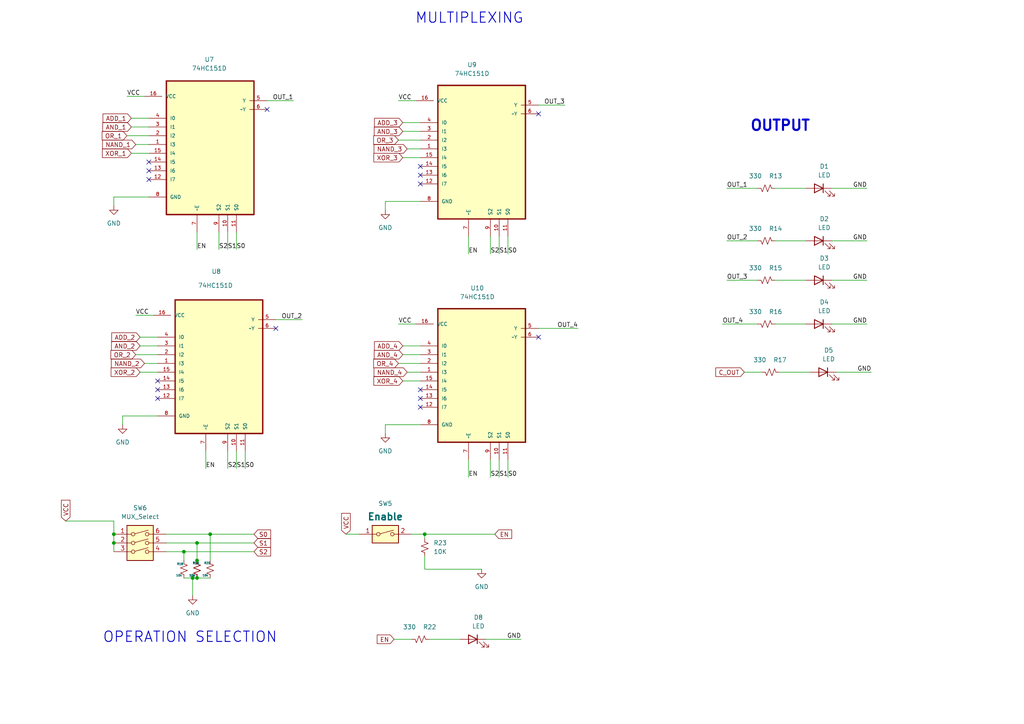
<source format=kicad_sch>
(kicad_sch
	(version 20250114)
	(generator "eeschema")
	(generator_version "9.0")
	(uuid "9f2377ae-bfe2-4a4d-be28-50efc5486225")
	(paper "A4")
	(lib_symbols
		(symbol "74HC151D:74HC151D"
			(pin_names
				(offset 1.016)
			)
			(exclude_from_sim no)
			(in_bom yes)
			(on_board yes)
			(property "Reference" "U"
				(at -5.1894 25.5656 0)
				(effects
					(font
						(size 1.27 1.27)
					)
					(justify left bottom)
				)
			)
			(property "Value" "74HC151D"
				(at 23.368 -23.114 0)
				(effects
					(font
						(size 1.27 1.27)
					)
					(justify left bottom)
				)
			)
			(property "Footprint" "74HC151D:SOIC127P600X175-16N"
				(at 9.144 28.448 0)
				(effects
					(font
						(size 1.27 1.27)
					)
					(justify bottom)
					(hide yes)
				)
			)
			(property "Datasheet" ""
				(at 0 0 0)
				(effects
					(font
						(size 1.27 1.27)
					)
					(hide yes)
				)
			)
			(property "Description" ""
				(at 0 0 0)
				(effects
					(font
						(size 1.27 1.27)
					)
					(hide yes)
				)
			)
			(property "MF" "Toshiba"
				(at 57.404 22.352 0)
				(effects
					(font
						(size 1.27 1.27)
					)
					(justify bottom)
					(hide yes)
				)
			)
			(property "Description_1" "IC MULTIPLEXER 1 X 8:1 16-SOIC"
				(at 35.052 23.876 0)
				(effects
					(font
						(size 1.27 1.27)
					)
					(justify bottom)
					(hide yes)
				)
			)
			(property "PACKAGE" "SOIC-16"
				(at 32.766 24.13 0)
				(effects
					(font
						(size 1.27 1.27)
					)
					(justify bottom)
					(hide yes)
				)
			)
			(property "MPN" "74HC151D"
				(at 37.846 10.922 0)
				(effects
					(font
						(size 1.27 1.27)
					)
					(justify bottom)
					(hide yes)
				)
			)
			(property "Price" "None"
				(at 37.338 19.558 0)
				(effects
					(font
						(size 1.27 1.27)
					)
					(justify bottom)
					(hide yes)
				)
			)
			(property "Package" "SOIC-16 NXP Semiconductors"
				(at 29.718 24.638 0)
				(effects
					(font
						(size 1.27 1.27)
					)
					(justify bottom)
					(hide yes)
				)
			)
			(property "OC_FARNELL" "1201321"
				(at 47.498 14.224 0)
				(effects
					(font
						(size 1.27 1.27)
					)
					(justify bottom)
					(hide yes)
				)
			)
			(property "SnapEDA_Link" "https://www.snapeda.com/parts/74HC151D/Toshiba/view-part/?ref=snap"
				(at 5.842 29.21 0)
				(effects
					(font
						(size 1.27 1.27)
					)
					(justify bottom)
					(hide yes)
				)
			)
			(property "MP" "74HC151D"
				(at 35.052 9.652 0)
				(effects
					(font
						(size 1.27 1.27)
					)
					(justify bottom)
					(hide yes)
				)
			)
			(property "SUPPLIER" "NXP"
				(at 42.672 16.002 0)
				(effects
					(font
						(size 1.27 1.27)
					)
					(justify bottom)
					(hide yes)
				)
			)
			(property "OC_NEWARK" "26M7760"
				(at 51.054 12.446 0)
				(effects
					(font
						(size 1.27 1.27)
					)
					(justify bottom)
					(hide yes)
				)
			)
			(property "Availability" "In Stock"
				(at 35.814 23.876 0)
				(effects
					(font
						(size 1.27 1.27)
					)
					(justify bottom)
					(hide yes)
				)
			)
			(property "Check_prices" "https://www.snapeda.com/parts/74HC151D/Toshiba/view-part/?ref=eda"
				(at 22.606 29.21 0)
				(effects
					(font
						(size 1.27 1.27)
					)
					(justify bottom)
					(hide yes)
				)
			)
			(symbol "74HC151D_0_0"
				(rectangle
					(start -12.7 8.255)
					(end 12.7 -30.48)
					(stroke
						(width 0.4064)
						(type default)
					)
					(fill
						(type background)
					)
				)
				(pin power_in line
					(at -19.05 3.81 0)
					(length 5.08)
					(name "VCC"
						(effects
							(font
								(size 1.016 1.016)
							)
						)
					)
					(number "16"
						(effects
							(font
								(size 1.016 1.016)
							)
						)
					)
				)
				(pin input line
					(at -17.78 -2.54 0)
					(length 5.08)
					(name "I0"
						(effects
							(font
								(size 1.016 1.016)
							)
						)
					)
					(number "4"
						(effects
							(font
								(size 1.016 1.016)
							)
						)
					)
				)
				(pin input line
					(at -17.78 -5.08 0)
					(length 5.08)
					(name "I1"
						(effects
							(font
								(size 1.016 1.016)
							)
						)
					)
					(number "3"
						(effects
							(font
								(size 1.016 1.016)
							)
						)
					)
				)
				(pin input line
					(at -17.78 -7.62 0)
					(length 5.08)
					(name "I2"
						(effects
							(font
								(size 1.016 1.016)
							)
						)
					)
					(number "2"
						(effects
							(font
								(size 1.016 1.016)
							)
						)
					)
				)
				(pin passive line
					(at -17.78 -10.16 0)
					(length 5.08)
					(name "I3"
						(effects
							(font
								(size 1.016 1.016)
							)
						)
					)
					(number "1"
						(effects
							(font
								(size 1.016 1.016)
							)
						)
					)
				)
				(pin input line
					(at -17.78 -12.7 0)
					(length 5.08)
					(name "I4"
						(effects
							(font
								(size 1.016 1.016)
							)
						)
					)
					(number "15"
						(effects
							(font
								(size 1.016 1.016)
							)
						)
					)
				)
				(pin input line
					(at -17.78 -15.24 0)
					(length 5.08)
					(name "I5"
						(effects
							(font
								(size 1.016 1.016)
							)
						)
					)
					(number "14"
						(effects
							(font
								(size 1.016 1.016)
							)
						)
					)
				)
				(pin input line
					(at -17.78 -17.78 0)
					(length 5.08)
					(name "I6"
						(effects
							(font
								(size 1.016 1.016)
							)
						)
					)
					(number "13"
						(effects
							(font
								(size 1.016 1.016)
							)
						)
					)
				)
				(pin input line
					(at -17.78 -20.32 0)
					(length 5.08)
					(name "I7"
						(effects
							(font
								(size 1.016 1.016)
							)
						)
					)
					(number "12"
						(effects
							(font
								(size 1.016 1.016)
							)
						)
					)
				)
				(pin passive line
					(at -17.78 -25.4 0)
					(length 5.08)
					(name "GND"
						(effects
							(font
								(size 1.016 1.016)
							)
						)
					)
					(number "8"
						(effects
							(font
								(size 1.016 1.016)
							)
						)
					)
				)
				(pin input line
					(at -3.81 -35.56 90)
					(length 5.08)
					(name "~E"
						(effects
							(font
								(size 1.016 1.016)
							)
						)
					)
					(number "7"
						(effects
							(font
								(size 1.016 1.016)
							)
						)
					)
				)
				(pin input line
					(at 2.54 -35.56 90)
					(length 5.08)
					(name "S2"
						(effects
							(font
								(size 1.016 1.016)
							)
						)
					)
					(number "9"
						(effects
							(font
								(size 1.016 1.016)
							)
						)
					)
				)
				(pin input line
					(at 5.08 -35.56 90)
					(length 5.08)
					(name "S1"
						(effects
							(font
								(size 1.016 1.016)
							)
						)
					)
					(number "10"
						(effects
							(font
								(size 1.016 1.016)
							)
						)
					)
				)
				(pin input line
					(at 7.62 -35.56 90)
					(length 5.08)
					(name "S0"
						(effects
							(font
								(size 1.016 1.016)
							)
						)
					)
					(number "11"
						(effects
							(font
								(size 1.016 1.016)
							)
						)
					)
				)
				(pin output line
					(at 16.51 2.54 180)
					(length 5.08)
					(name "Y"
						(effects
							(font
								(size 1.016 1.016)
							)
						)
					)
					(number "5"
						(effects
							(font
								(size 1.016 1.016)
							)
						)
					)
				)
				(pin output line
					(at 16.51 0 180)
					(length 5.08)
					(name "~Y"
						(effects
							(font
								(size 1.016 1.016)
							)
						)
					)
					(number "6"
						(effects
							(font
								(size 1.016 1.016)
							)
						)
					)
				)
			)
			(embedded_fonts no)
		)
		(symbol "74HC151D_1"
			(pin_names
				(offset 1.016)
			)
			(exclude_from_sim no)
			(in_bom yes)
			(on_board yes)
			(property "Reference" "U"
				(at -5.1894 25.5656 0)
				(effects
					(font
						(size 1.27 1.27)
					)
					(justify left bottom)
				)
			)
			(property "Value" "74HC151D"
				(at 23.368 -23.114 0)
				(effects
					(font
						(size 1.27 1.27)
					)
					(justify left bottom)
				)
			)
			(property "Footprint" "74HC151D:SOIC127P600X175-16N"
				(at 9.144 28.448 0)
				(effects
					(font
						(size 1.27 1.27)
					)
					(justify bottom)
					(hide yes)
				)
			)
			(property "Datasheet" ""
				(at 0 0 0)
				(effects
					(font
						(size 1.27 1.27)
					)
					(hide yes)
				)
			)
			(property "Description" ""
				(at 0 0 0)
				(effects
					(font
						(size 1.27 1.27)
					)
					(hide yes)
				)
			)
			(property "MF" "Toshiba"
				(at 57.404 22.352 0)
				(effects
					(font
						(size 1.27 1.27)
					)
					(justify bottom)
					(hide yes)
				)
			)
			(property "Description_1" "IC MULTIPLEXER 1 X 8:1 16-SOIC"
				(at 35.052 23.876 0)
				(effects
					(font
						(size 1.27 1.27)
					)
					(justify bottom)
					(hide yes)
				)
			)
			(property "PACKAGE" "SOIC-16"
				(at 32.766 24.13 0)
				(effects
					(font
						(size 1.27 1.27)
					)
					(justify bottom)
					(hide yes)
				)
			)
			(property "MPN" "74HC151D"
				(at 37.846 10.922 0)
				(effects
					(font
						(size 1.27 1.27)
					)
					(justify bottom)
					(hide yes)
				)
			)
			(property "Price" "None"
				(at 37.338 19.558 0)
				(effects
					(font
						(size 1.27 1.27)
					)
					(justify bottom)
					(hide yes)
				)
			)
			(property "Package" "SOIC-16 NXP Semiconductors"
				(at 29.718 24.638 0)
				(effects
					(font
						(size 1.27 1.27)
					)
					(justify bottom)
					(hide yes)
				)
			)
			(property "OC_FARNELL" "1201321"
				(at 47.498 14.224 0)
				(effects
					(font
						(size 1.27 1.27)
					)
					(justify bottom)
					(hide yes)
				)
			)
			(property "SnapEDA_Link" "https://www.snapeda.com/parts/74HC151D/Toshiba/view-part/?ref=snap"
				(at 5.842 29.21 0)
				(effects
					(font
						(size 1.27 1.27)
					)
					(justify bottom)
					(hide yes)
				)
			)
			(property "MP" "74HC151D"
				(at 35.052 9.652 0)
				(effects
					(font
						(size 1.27 1.27)
					)
					(justify bottom)
					(hide yes)
				)
			)
			(property "SUPPLIER" "NXP"
				(at 42.672 16.002 0)
				(effects
					(font
						(size 1.27 1.27)
					)
					(justify bottom)
					(hide yes)
				)
			)
			(property "OC_NEWARK" "26M7760"
				(at 51.054 12.446 0)
				(effects
					(font
						(size 1.27 1.27)
					)
					(justify bottom)
					(hide yes)
				)
			)
			(property "Availability" "In Stock"
				(at 35.814 23.876 0)
				(effects
					(font
						(size 1.27 1.27)
					)
					(justify bottom)
					(hide yes)
				)
			)
			(property "Check_prices" "https://www.snapeda.com/parts/74HC151D/Toshiba/view-part/?ref=eda"
				(at 22.606 29.21 0)
				(effects
					(font
						(size 1.27 1.27)
					)
					(justify bottom)
					(hide yes)
				)
			)
			(symbol "74HC151D_1_0_0"
				(rectangle
					(start -12.7 8.255)
					(end 12.7 -30.48)
					(stroke
						(width 0.4064)
						(type default)
					)
					(fill
						(type background)
					)
				)
				(pin power_in line
					(at -19.05 3.81 0)
					(length 5.08)
					(name "VCC"
						(effects
							(font
								(size 1.016 1.016)
							)
						)
					)
					(number "16"
						(effects
							(font
								(size 1.016 1.016)
							)
						)
					)
				)
				(pin input line
					(at -17.78 -2.54 0)
					(length 5.08)
					(name "I0"
						(effects
							(font
								(size 1.016 1.016)
							)
						)
					)
					(number "4"
						(effects
							(font
								(size 1.016 1.016)
							)
						)
					)
				)
				(pin input line
					(at -17.78 -5.08 0)
					(length 5.08)
					(name "I1"
						(effects
							(font
								(size 1.016 1.016)
							)
						)
					)
					(number "3"
						(effects
							(font
								(size 1.016 1.016)
							)
						)
					)
				)
				(pin input line
					(at -17.78 -7.62 0)
					(length 5.08)
					(name "I2"
						(effects
							(font
								(size 1.016 1.016)
							)
						)
					)
					(number "2"
						(effects
							(font
								(size 1.016 1.016)
							)
						)
					)
				)
				(pin passive line
					(at -17.78 -10.16 0)
					(length 5.08)
					(name "I3"
						(effects
							(font
								(size 1.016 1.016)
							)
						)
					)
					(number "1"
						(effects
							(font
								(size 1.016 1.016)
							)
						)
					)
				)
				(pin input line
					(at -17.78 -12.7 0)
					(length 5.08)
					(name "I4"
						(effects
							(font
								(size 1.016 1.016)
							)
						)
					)
					(number "15"
						(effects
							(font
								(size 1.016 1.016)
							)
						)
					)
				)
				(pin input line
					(at -17.78 -15.24 0)
					(length 5.08)
					(name "I5"
						(effects
							(font
								(size 1.016 1.016)
							)
						)
					)
					(number "14"
						(effects
							(font
								(size 1.016 1.016)
							)
						)
					)
				)
				(pin input line
					(at -17.78 -17.78 0)
					(length 5.08)
					(name "I6"
						(effects
							(font
								(size 1.016 1.016)
							)
						)
					)
					(number "13"
						(effects
							(font
								(size 1.016 1.016)
							)
						)
					)
				)
				(pin input line
					(at -17.78 -20.32 0)
					(length 5.08)
					(name "I7"
						(effects
							(font
								(size 1.016 1.016)
							)
						)
					)
					(number "12"
						(effects
							(font
								(size 1.016 1.016)
							)
						)
					)
				)
				(pin passive line
					(at -17.78 -25.4 0)
					(length 5.08)
					(name "GND"
						(effects
							(font
								(size 1.016 1.016)
							)
						)
					)
					(number "8"
						(effects
							(font
								(size 1.016 1.016)
							)
						)
					)
				)
				(pin input line
					(at -3.81 -35.56 90)
					(length 5.08)
					(name "~E"
						(effects
							(font
								(size 1.016 1.016)
							)
						)
					)
					(number "7"
						(effects
							(font
								(size 1.016 1.016)
							)
						)
					)
				)
				(pin input line
					(at 2.54 -35.56 90)
					(length 5.08)
					(name "S2"
						(effects
							(font
								(size 1.016 1.016)
							)
						)
					)
					(number "9"
						(effects
							(font
								(size 1.016 1.016)
							)
						)
					)
				)
				(pin input line
					(at 5.08 -35.56 90)
					(length 5.08)
					(name "S1"
						(effects
							(font
								(size 1.016 1.016)
							)
						)
					)
					(number "10"
						(effects
							(font
								(size 1.016 1.016)
							)
						)
					)
				)
				(pin input line
					(at 7.62 -35.56 90)
					(length 5.08)
					(name "S0"
						(effects
							(font
								(size 1.016 1.016)
							)
						)
					)
					(number "11"
						(effects
							(font
								(size 1.016 1.016)
							)
						)
					)
				)
				(pin output line
					(at 16.51 2.54 180)
					(length 5.08)
					(name "Y"
						(effects
							(font
								(size 1.016 1.016)
							)
						)
					)
					(number "5"
						(effects
							(font
								(size 1.016 1.016)
							)
						)
					)
				)
				(pin output line
					(at 16.51 0 180)
					(length 5.08)
					(name "~Y"
						(effects
							(font
								(size 1.016 1.016)
							)
						)
					)
					(number "6"
						(effects
							(font
								(size 1.016 1.016)
							)
						)
					)
				)
			)
			(embedded_fonts no)
		)
		(symbol "74HC151D_2"
			(pin_names
				(offset 1.016)
			)
			(exclude_from_sim no)
			(in_bom yes)
			(on_board yes)
			(property "Reference" "U"
				(at -5.1894 25.5656 0)
				(effects
					(font
						(size 1.27 1.27)
					)
					(justify left bottom)
				)
			)
			(property "Value" "74HC151D"
				(at 23.368 -23.114 0)
				(effects
					(font
						(size 1.27 1.27)
					)
					(justify left bottom)
				)
			)
			(property "Footprint" "74HC151D:SOIC127P600X175-16N"
				(at 9.144 28.448 0)
				(effects
					(font
						(size 1.27 1.27)
					)
					(justify bottom)
					(hide yes)
				)
			)
			(property "Datasheet" ""
				(at 0 0 0)
				(effects
					(font
						(size 1.27 1.27)
					)
					(hide yes)
				)
			)
			(property "Description" ""
				(at 0 0 0)
				(effects
					(font
						(size 1.27 1.27)
					)
					(hide yes)
				)
			)
			(property "MF" "Toshiba"
				(at 57.404 22.352 0)
				(effects
					(font
						(size 1.27 1.27)
					)
					(justify bottom)
					(hide yes)
				)
			)
			(property "Description_1" "IC MULTIPLEXER 1 X 8:1 16-SOIC"
				(at 35.052 23.876 0)
				(effects
					(font
						(size 1.27 1.27)
					)
					(justify bottom)
					(hide yes)
				)
			)
			(property "PACKAGE" "SOIC-16"
				(at 32.766 24.13 0)
				(effects
					(font
						(size 1.27 1.27)
					)
					(justify bottom)
					(hide yes)
				)
			)
			(property "MPN" "74HC151D"
				(at 37.846 10.922 0)
				(effects
					(font
						(size 1.27 1.27)
					)
					(justify bottom)
					(hide yes)
				)
			)
			(property "Price" "None"
				(at 37.338 19.558 0)
				(effects
					(font
						(size 1.27 1.27)
					)
					(justify bottom)
					(hide yes)
				)
			)
			(property "Package" "SOIC-16 NXP Semiconductors"
				(at 29.718 24.638 0)
				(effects
					(font
						(size 1.27 1.27)
					)
					(justify bottom)
					(hide yes)
				)
			)
			(property "OC_FARNELL" "1201321"
				(at 47.498 14.224 0)
				(effects
					(font
						(size 1.27 1.27)
					)
					(justify bottom)
					(hide yes)
				)
			)
			(property "SnapEDA_Link" "https://www.snapeda.com/parts/74HC151D/Toshiba/view-part/?ref=snap"
				(at 5.842 29.21 0)
				(effects
					(font
						(size 1.27 1.27)
					)
					(justify bottom)
					(hide yes)
				)
			)
			(property "MP" "74HC151D"
				(at 35.052 9.652 0)
				(effects
					(font
						(size 1.27 1.27)
					)
					(justify bottom)
					(hide yes)
				)
			)
			(property "SUPPLIER" "NXP"
				(at 42.672 16.002 0)
				(effects
					(font
						(size 1.27 1.27)
					)
					(justify bottom)
					(hide yes)
				)
			)
			(property "OC_NEWARK" "26M7760"
				(at 51.054 12.446 0)
				(effects
					(font
						(size 1.27 1.27)
					)
					(justify bottom)
					(hide yes)
				)
			)
			(property "Availability" "In Stock"
				(at 35.814 23.876 0)
				(effects
					(font
						(size 1.27 1.27)
					)
					(justify bottom)
					(hide yes)
				)
			)
			(property "Check_prices" "https://www.snapeda.com/parts/74HC151D/Toshiba/view-part/?ref=eda"
				(at 22.606 29.21 0)
				(effects
					(font
						(size 1.27 1.27)
					)
					(justify bottom)
					(hide yes)
				)
			)
			(symbol "74HC151D_2_0_0"
				(rectangle
					(start -12.7 8.255)
					(end 12.7 -30.48)
					(stroke
						(width 0.4064)
						(type default)
					)
					(fill
						(type background)
					)
				)
				(pin power_in line
					(at -19.05 3.81 0)
					(length 5.08)
					(name "VCC"
						(effects
							(font
								(size 1.016 1.016)
							)
						)
					)
					(number "16"
						(effects
							(font
								(size 1.016 1.016)
							)
						)
					)
				)
				(pin input line
					(at -17.78 -2.54 0)
					(length 5.08)
					(name "I0"
						(effects
							(font
								(size 1.016 1.016)
							)
						)
					)
					(number "4"
						(effects
							(font
								(size 1.016 1.016)
							)
						)
					)
				)
				(pin input line
					(at -17.78 -5.08 0)
					(length 5.08)
					(name "I1"
						(effects
							(font
								(size 1.016 1.016)
							)
						)
					)
					(number "3"
						(effects
							(font
								(size 1.016 1.016)
							)
						)
					)
				)
				(pin input line
					(at -17.78 -7.62 0)
					(length 5.08)
					(name "I2"
						(effects
							(font
								(size 1.016 1.016)
							)
						)
					)
					(number "2"
						(effects
							(font
								(size 1.016 1.016)
							)
						)
					)
				)
				(pin passive line
					(at -17.78 -10.16 0)
					(length 5.08)
					(name "I3"
						(effects
							(font
								(size 1.016 1.016)
							)
						)
					)
					(number "1"
						(effects
							(font
								(size 1.016 1.016)
							)
						)
					)
				)
				(pin input line
					(at -17.78 -12.7 0)
					(length 5.08)
					(name "I4"
						(effects
							(font
								(size 1.016 1.016)
							)
						)
					)
					(number "15"
						(effects
							(font
								(size 1.016 1.016)
							)
						)
					)
				)
				(pin input line
					(at -17.78 -15.24 0)
					(length 5.08)
					(name "I5"
						(effects
							(font
								(size 1.016 1.016)
							)
						)
					)
					(number "14"
						(effects
							(font
								(size 1.016 1.016)
							)
						)
					)
				)
				(pin input line
					(at -17.78 -17.78 0)
					(length 5.08)
					(name "I6"
						(effects
							(font
								(size 1.016 1.016)
							)
						)
					)
					(number "13"
						(effects
							(font
								(size 1.016 1.016)
							)
						)
					)
				)
				(pin input line
					(at -17.78 -20.32 0)
					(length 5.08)
					(name "I7"
						(effects
							(font
								(size 1.016 1.016)
							)
						)
					)
					(number "12"
						(effects
							(font
								(size 1.016 1.016)
							)
						)
					)
				)
				(pin passive line
					(at -17.78 -25.4 0)
					(length 5.08)
					(name "GND"
						(effects
							(font
								(size 1.016 1.016)
							)
						)
					)
					(number "8"
						(effects
							(font
								(size 1.016 1.016)
							)
						)
					)
				)
				(pin input line
					(at -3.81 -35.56 90)
					(length 5.08)
					(name "~E"
						(effects
							(font
								(size 1.016 1.016)
							)
						)
					)
					(number "7"
						(effects
							(font
								(size 1.016 1.016)
							)
						)
					)
				)
				(pin input line
					(at 2.54 -35.56 90)
					(length 5.08)
					(name "S2"
						(effects
							(font
								(size 1.016 1.016)
							)
						)
					)
					(number "9"
						(effects
							(font
								(size 1.016 1.016)
							)
						)
					)
				)
				(pin input line
					(at 5.08 -35.56 90)
					(length 5.08)
					(name "S1"
						(effects
							(font
								(size 1.016 1.016)
							)
						)
					)
					(number "10"
						(effects
							(font
								(size 1.016 1.016)
							)
						)
					)
				)
				(pin input line
					(at 7.62 -35.56 90)
					(length 5.08)
					(name "S0"
						(effects
							(font
								(size 1.016 1.016)
							)
						)
					)
					(number "11"
						(effects
							(font
								(size 1.016 1.016)
							)
						)
					)
				)
				(pin output line
					(at 16.51 2.54 180)
					(length 5.08)
					(name "Y"
						(effects
							(font
								(size 1.016 1.016)
							)
						)
					)
					(number "5"
						(effects
							(font
								(size 1.016 1.016)
							)
						)
					)
				)
				(pin output line
					(at 16.51 0 180)
					(length 5.08)
					(name "~Y"
						(effects
							(font
								(size 1.016 1.016)
							)
						)
					)
					(number "6"
						(effects
							(font
								(size 1.016 1.016)
							)
						)
					)
				)
			)
			(embedded_fonts no)
		)
		(symbol "74HC151D_3"
			(pin_names
				(offset 1.016)
			)
			(exclude_from_sim no)
			(in_bom yes)
			(on_board yes)
			(property "Reference" "U"
				(at -5.1894 25.5656 0)
				(effects
					(font
						(size 1.27 1.27)
					)
					(justify left bottom)
				)
			)
			(property "Value" "74HC151D"
				(at 23.368 -23.114 0)
				(effects
					(font
						(size 1.27 1.27)
					)
					(justify left bottom)
				)
			)
			(property "Footprint" "74HC151D:SOIC127P600X175-16N"
				(at 9.144 28.448 0)
				(effects
					(font
						(size 1.27 1.27)
					)
					(justify bottom)
					(hide yes)
				)
			)
			(property "Datasheet" ""
				(at 0 0 0)
				(effects
					(font
						(size 1.27 1.27)
					)
					(hide yes)
				)
			)
			(property "Description" ""
				(at 0 0 0)
				(effects
					(font
						(size 1.27 1.27)
					)
					(hide yes)
				)
			)
			(property "MF" "Toshiba"
				(at 57.404 22.352 0)
				(effects
					(font
						(size 1.27 1.27)
					)
					(justify bottom)
					(hide yes)
				)
			)
			(property "Description_1" "IC MULTIPLEXER 1 X 8:1 16-SOIC"
				(at 35.052 23.876 0)
				(effects
					(font
						(size 1.27 1.27)
					)
					(justify bottom)
					(hide yes)
				)
			)
			(property "PACKAGE" "SOIC-16"
				(at 32.766 24.13 0)
				(effects
					(font
						(size 1.27 1.27)
					)
					(justify bottom)
					(hide yes)
				)
			)
			(property "MPN" "74HC151D"
				(at 37.846 10.922 0)
				(effects
					(font
						(size 1.27 1.27)
					)
					(justify bottom)
					(hide yes)
				)
			)
			(property "Price" "None"
				(at 37.338 19.558 0)
				(effects
					(font
						(size 1.27 1.27)
					)
					(justify bottom)
					(hide yes)
				)
			)
			(property "Package" "SOIC-16 NXP Semiconductors"
				(at 29.718 24.638 0)
				(effects
					(font
						(size 1.27 1.27)
					)
					(justify bottom)
					(hide yes)
				)
			)
			(property "OC_FARNELL" "1201321"
				(at 47.498 14.224 0)
				(effects
					(font
						(size 1.27 1.27)
					)
					(justify bottom)
					(hide yes)
				)
			)
			(property "SnapEDA_Link" "https://www.snapeda.com/parts/74HC151D/Toshiba/view-part/?ref=snap"
				(at 5.842 29.21 0)
				(effects
					(font
						(size 1.27 1.27)
					)
					(justify bottom)
					(hide yes)
				)
			)
			(property "MP" "74HC151D"
				(at 35.052 9.652 0)
				(effects
					(font
						(size 1.27 1.27)
					)
					(justify bottom)
					(hide yes)
				)
			)
			(property "SUPPLIER" "NXP"
				(at 42.672 16.002 0)
				(effects
					(font
						(size 1.27 1.27)
					)
					(justify bottom)
					(hide yes)
				)
			)
			(property "OC_NEWARK" "26M7760"
				(at 51.054 12.446 0)
				(effects
					(font
						(size 1.27 1.27)
					)
					(justify bottom)
					(hide yes)
				)
			)
			(property "Availability" "In Stock"
				(at 35.814 23.876 0)
				(effects
					(font
						(size 1.27 1.27)
					)
					(justify bottom)
					(hide yes)
				)
			)
			(property "Check_prices" "https://www.snapeda.com/parts/74HC151D/Toshiba/view-part/?ref=eda"
				(at 22.606 29.21 0)
				(effects
					(font
						(size 1.27 1.27)
					)
					(justify bottom)
					(hide yes)
				)
			)
			(symbol "74HC151D_3_0_0"
				(rectangle
					(start -12.7 8.255)
					(end 12.7 -30.48)
					(stroke
						(width 0.4064)
						(type default)
					)
					(fill
						(type background)
					)
				)
				(pin power_in line
					(at -19.05 3.81 0)
					(length 5.08)
					(name "VCC"
						(effects
							(font
								(size 1.016 1.016)
							)
						)
					)
					(number "16"
						(effects
							(font
								(size 1.016 1.016)
							)
						)
					)
				)
				(pin input line
					(at -17.78 -2.54 0)
					(length 5.08)
					(name "I0"
						(effects
							(font
								(size 1.016 1.016)
							)
						)
					)
					(number "4"
						(effects
							(font
								(size 1.016 1.016)
							)
						)
					)
				)
				(pin input line
					(at -17.78 -5.08 0)
					(length 5.08)
					(name "I1"
						(effects
							(font
								(size 1.016 1.016)
							)
						)
					)
					(number "3"
						(effects
							(font
								(size 1.016 1.016)
							)
						)
					)
				)
				(pin input line
					(at -17.78 -7.62 0)
					(length 5.08)
					(name "I2"
						(effects
							(font
								(size 1.016 1.016)
							)
						)
					)
					(number "2"
						(effects
							(font
								(size 1.016 1.016)
							)
						)
					)
				)
				(pin passive line
					(at -17.78 -10.16 0)
					(length 5.08)
					(name "I3"
						(effects
							(font
								(size 1.016 1.016)
							)
						)
					)
					(number "1"
						(effects
							(font
								(size 1.016 1.016)
							)
						)
					)
				)
				(pin input line
					(at -17.78 -12.7 0)
					(length 5.08)
					(name "I4"
						(effects
							(font
								(size 1.016 1.016)
							)
						)
					)
					(number "15"
						(effects
							(font
								(size 1.016 1.016)
							)
						)
					)
				)
				(pin input line
					(at -17.78 -15.24 0)
					(length 5.08)
					(name "I5"
						(effects
							(font
								(size 1.016 1.016)
							)
						)
					)
					(number "14"
						(effects
							(font
								(size 1.016 1.016)
							)
						)
					)
				)
				(pin input line
					(at -17.78 -17.78 0)
					(length 5.08)
					(name "I6"
						(effects
							(font
								(size 1.016 1.016)
							)
						)
					)
					(number "13"
						(effects
							(font
								(size 1.016 1.016)
							)
						)
					)
				)
				(pin input line
					(at -17.78 -20.32 0)
					(length 5.08)
					(name "I7"
						(effects
							(font
								(size 1.016 1.016)
							)
						)
					)
					(number "12"
						(effects
							(font
								(size 1.016 1.016)
							)
						)
					)
				)
				(pin passive line
					(at -17.78 -25.4 0)
					(length 5.08)
					(name "GND"
						(effects
							(font
								(size 1.016 1.016)
							)
						)
					)
					(number "8"
						(effects
							(font
								(size 1.016 1.016)
							)
						)
					)
				)
				(pin input line
					(at -3.81 -35.56 90)
					(length 5.08)
					(name "~E"
						(effects
							(font
								(size 1.016 1.016)
							)
						)
					)
					(number "7"
						(effects
							(font
								(size 1.016 1.016)
							)
						)
					)
				)
				(pin input line
					(at 2.54 -35.56 90)
					(length 5.08)
					(name "S2"
						(effects
							(font
								(size 1.016 1.016)
							)
						)
					)
					(number "9"
						(effects
							(font
								(size 1.016 1.016)
							)
						)
					)
				)
				(pin input line
					(at 5.08 -35.56 90)
					(length 5.08)
					(name "S1"
						(effects
							(font
								(size 1.016 1.016)
							)
						)
					)
					(number "10"
						(effects
							(font
								(size 1.016 1.016)
							)
						)
					)
				)
				(pin input line
					(at 7.62 -35.56 90)
					(length 5.08)
					(name "S0"
						(effects
							(font
								(size 1.016 1.016)
							)
						)
					)
					(number "11"
						(effects
							(font
								(size 1.016 1.016)
							)
						)
					)
				)
				(pin output line
					(at 16.51 2.54 180)
					(length 5.08)
					(name "Y"
						(effects
							(font
								(size 1.016 1.016)
							)
						)
					)
					(number "5"
						(effects
							(font
								(size 1.016 1.016)
							)
						)
					)
				)
				(pin output line
					(at 16.51 0 180)
					(length 5.08)
					(name "~Y"
						(effects
							(font
								(size 1.016 1.016)
							)
						)
					)
					(number "6"
						(effects
							(font
								(size 1.016 1.016)
							)
						)
					)
				)
			)
			(embedded_fonts no)
		)
		(symbol "Device:LED"
			(pin_numbers
				(hide yes)
			)
			(pin_names
				(offset 1.016)
				(hide yes)
			)
			(exclude_from_sim no)
			(in_bom yes)
			(on_board yes)
			(property "Reference" "D"
				(at 0 2.54 0)
				(effects
					(font
						(size 1.27 1.27)
					)
				)
			)
			(property "Value" "LED"
				(at 0 -2.54 0)
				(effects
					(font
						(size 1.27 1.27)
					)
				)
			)
			(property "Footprint" ""
				(at 0 0 0)
				(effects
					(font
						(size 1.27 1.27)
					)
					(hide yes)
				)
			)
			(property "Datasheet" "~"
				(at 0 0 0)
				(effects
					(font
						(size 1.27 1.27)
					)
					(hide yes)
				)
			)
			(property "Description" "Light emitting diode"
				(at 0 0 0)
				(effects
					(font
						(size 1.27 1.27)
					)
					(hide yes)
				)
			)
			(property "Sim.Pins" "1=K 2=A"
				(at 0 0 0)
				(effects
					(font
						(size 1.27 1.27)
					)
					(hide yes)
				)
			)
			(property "ki_keywords" "LED diode"
				(at 0 0 0)
				(effects
					(font
						(size 1.27 1.27)
					)
					(hide yes)
				)
			)
			(property "ki_fp_filters" "LED* LED_SMD:* LED_THT:*"
				(at 0 0 0)
				(effects
					(font
						(size 1.27 1.27)
					)
					(hide yes)
				)
			)
			(symbol "LED_0_1"
				(polyline
					(pts
						(xy -3.048 -0.762) (xy -4.572 -2.286) (xy -3.81 -2.286) (xy -4.572 -2.286) (xy -4.572 -1.524)
					)
					(stroke
						(width 0)
						(type default)
					)
					(fill
						(type none)
					)
				)
				(polyline
					(pts
						(xy -1.778 -0.762) (xy -3.302 -2.286) (xy -2.54 -2.286) (xy -3.302 -2.286) (xy -3.302 -1.524)
					)
					(stroke
						(width 0)
						(type default)
					)
					(fill
						(type none)
					)
				)
				(polyline
					(pts
						(xy -1.27 0) (xy 1.27 0)
					)
					(stroke
						(width 0)
						(type default)
					)
					(fill
						(type none)
					)
				)
				(polyline
					(pts
						(xy -1.27 -1.27) (xy -1.27 1.27)
					)
					(stroke
						(width 0.254)
						(type default)
					)
					(fill
						(type none)
					)
				)
				(polyline
					(pts
						(xy 1.27 -1.27) (xy 1.27 1.27) (xy -1.27 0) (xy 1.27 -1.27)
					)
					(stroke
						(width 0.254)
						(type default)
					)
					(fill
						(type none)
					)
				)
			)
			(symbol "LED_1_1"
				(pin passive line
					(at -3.81 0 0)
					(length 2.54)
					(name "K"
						(effects
							(font
								(size 1.27 1.27)
							)
						)
					)
					(number "1"
						(effects
							(font
								(size 1.27 1.27)
							)
						)
					)
				)
				(pin passive line
					(at 3.81 0 180)
					(length 2.54)
					(name "A"
						(effects
							(font
								(size 1.27 1.27)
							)
						)
					)
					(number "2"
						(effects
							(font
								(size 1.27 1.27)
							)
						)
					)
				)
			)
			(embedded_fonts no)
		)
		(symbol "Device:R_Small_US"
			(pin_numbers
				(hide yes)
			)
			(pin_names
				(offset 0.254)
				(hide yes)
			)
			(exclude_from_sim no)
			(in_bom yes)
			(on_board yes)
			(property "Reference" "R"
				(at 0.762 0.508 0)
				(effects
					(font
						(size 1.27 1.27)
					)
					(justify left)
				)
			)
			(property "Value" "R_Small_US"
				(at 0.762 -1.016 0)
				(effects
					(font
						(size 1.27 1.27)
					)
					(justify left)
				)
			)
			(property "Footprint" ""
				(at 0 0 0)
				(effects
					(font
						(size 1.27 1.27)
					)
					(hide yes)
				)
			)
			(property "Datasheet" "~"
				(at 0 0 0)
				(effects
					(font
						(size 1.27 1.27)
					)
					(hide yes)
				)
			)
			(property "Description" "Resistor, small US symbol"
				(at 0 0 0)
				(effects
					(font
						(size 1.27 1.27)
					)
					(hide yes)
				)
			)
			(property "ki_keywords" "r resistor"
				(at 0 0 0)
				(effects
					(font
						(size 1.27 1.27)
					)
					(hide yes)
				)
			)
			(property "ki_fp_filters" "R_*"
				(at 0 0 0)
				(effects
					(font
						(size 1.27 1.27)
					)
					(hide yes)
				)
			)
			(symbol "R_Small_US_1_1"
				(polyline
					(pts
						(xy 0 1.524) (xy 1.016 1.143) (xy 0 0.762) (xy -1.016 0.381) (xy 0 0)
					)
					(stroke
						(width 0)
						(type default)
					)
					(fill
						(type none)
					)
				)
				(polyline
					(pts
						(xy 0 0) (xy 1.016 -0.381) (xy 0 -0.762) (xy -1.016 -1.143) (xy 0 -1.524)
					)
					(stroke
						(width 0)
						(type default)
					)
					(fill
						(type none)
					)
				)
				(pin passive line
					(at 0 2.54 270)
					(length 1.016)
					(name "~"
						(effects
							(font
								(size 1.27 1.27)
							)
						)
					)
					(number "1"
						(effects
							(font
								(size 1.27 1.27)
							)
						)
					)
				)
				(pin passive line
					(at 0 -2.54 90)
					(length 1.016)
					(name "~"
						(effects
							(font
								(size 1.27 1.27)
							)
						)
					)
					(number "2"
						(effects
							(font
								(size 1.27 1.27)
							)
						)
					)
				)
			)
			(embedded_fonts no)
		)
		(symbol "Switch:SW_DIP_x01"
			(pin_names
				(offset 0)
				(hide yes)
			)
			(exclude_from_sim no)
			(in_bom yes)
			(on_board yes)
			(property "Reference" "SW"
				(at 0 3.81 0)
				(effects
					(font
						(size 1.27 1.27)
					)
				)
			)
			(property "Value" "SW_DIP_x01"
				(at 0 -3.81 0)
				(effects
					(font
						(size 1.27 1.27)
					)
				)
			)
			(property "Footprint" ""
				(at 0 0 0)
				(effects
					(font
						(size 1.27 1.27)
					)
					(hide yes)
				)
			)
			(property "Datasheet" "~"
				(at 0 0 0)
				(effects
					(font
						(size 1.27 1.27)
					)
					(hide yes)
				)
			)
			(property "Description" "1x DIP Switch, Single Pole Single Throw (SPST) switch, small symbol"
				(at 0 0 0)
				(effects
					(font
						(size 1.27 1.27)
					)
					(hide yes)
				)
			)
			(property "ki_keywords" "dip switch"
				(at 0 0 0)
				(effects
					(font
						(size 1.27 1.27)
					)
					(hide yes)
				)
			)
			(property "ki_fp_filters" "SW?DIP?x1*"
				(at 0 0 0)
				(effects
					(font
						(size 1.27 1.27)
					)
					(hide yes)
				)
			)
			(symbol "SW_DIP_x01_0_0"
				(circle
					(center -2.032 0)
					(radius 0.508)
					(stroke
						(width 0)
						(type default)
					)
					(fill
						(type none)
					)
				)
				(polyline
					(pts
						(xy -1.524 0.127) (xy 2.3622 1.1684)
					)
					(stroke
						(width 0)
						(type default)
					)
					(fill
						(type none)
					)
				)
				(circle
					(center 2.032 0)
					(radius 0.508)
					(stroke
						(width 0)
						(type default)
					)
					(fill
						(type none)
					)
				)
			)
			(symbol "SW_DIP_x01_0_1"
				(rectangle
					(start -3.81 2.54)
					(end 3.81 -2.54)
					(stroke
						(width 0.254)
						(type default)
					)
					(fill
						(type background)
					)
				)
			)
			(symbol "SW_DIP_x01_1_1"
				(pin passive line
					(at -7.62 0 0)
					(length 5.08)
					(name "~"
						(effects
							(font
								(size 1.27 1.27)
							)
						)
					)
					(number "1"
						(effects
							(font
								(size 1.27 1.27)
							)
						)
					)
				)
				(pin passive line
					(at 7.62 0 180)
					(length 5.08)
					(name "~"
						(effects
							(font
								(size 1.27 1.27)
							)
						)
					)
					(number "2"
						(effects
							(font
								(size 1.27 1.27)
							)
						)
					)
				)
			)
			(embedded_fonts no)
		)
		(symbol "Switch:SW_DIP_x03"
			(pin_names
				(offset 0)
				(hide yes)
			)
			(exclude_from_sim no)
			(in_bom yes)
			(on_board yes)
			(property "Reference" "SW"
				(at 0 6.35 0)
				(effects
					(font
						(size 1.27 1.27)
					)
				)
			)
			(property "Value" "SW_DIP_x03"
				(at 0 -6.35 0)
				(effects
					(font
						(size 1.27 1.27)
					)
				)
			)
			(property "Footprint" ""
				(at 0 -2.54 0)
				(effects
					(font
						(size 1.27 1.27)
					)
					(hide yes)
				)
			)
			(property "Datasheet" "~"
				(at 0 -2.54 0)
				(effects
					(font
						(size 1.27 1.27)
					)
					(hide yes)
				)
			)
			(property "Description" "3x DIP Switch, Single Pole Single Throw (SPST) switch, small symbol"
				(at 0 0 0)
				(effects
					(font
						(size 1.27 1.27)
					)
					(hide yes)
				)
			)
			(property "ki_keywords" "dip switch"
				(at 0 0 0)
				(effects
					(font
						(size 1.27 1.27)
					)
					(hide yes)
				)
			)
			(property "ki_fp_filters" "SW?DIP?x3*"
				(at 0 0 0)
				(effects
					(font
						(size 1.27 1.27)
					)
					(hide yes)
				)
			)
			(symbol "SW_DIP_x03_0_0"
				(circle
					(center -2.032 2.54)
					(radius 0.508)
					(stroke
						(width 0)
						(type default)
					)
					(fill
						(type none)
					)
				)
				(circle
					(center -2.032 0)
					(radius 0.508)
					(stroke
						(width 0)
						(type default)
					)
					(fill
						(type none)
					)
				)
				(circle
					(center -2.032 -2.54)
					(radius 0.508)
					(stroke
						(width 0)
						(type default)
					)
					(fill
						(type none)
					)
				)
				(polyline
					(pts
						(xy -1.524 2.667) (xy 2.3622 3.7084)
					)
					(stroke
						(width 0)
						(type default)
					)
					(fill
						(type none)
					)
				)
				(polyline
					(pts
						(xy -1.524 0.127) (xy 2.3622 1.1684)
					)
					(stroke
						(width 0)
						(type default)
					)
					(fill
						(type none)
					)
				)
				(polyline
					(pts
						(xy -1.524 -2.413) (xy 2.3622 -1.3716)
					)
					(stroke
						(width 0)
						(type default)
					)
					(fill
						(type none)
					)
				)
				(circle
					(center 2.032 2.54)
					(radius 0.508)
					(stroke
						(width 0)
						(type default)
					)
					(fill
						(type none)
					)
				)
				(circle
					(center 2.032 0)
					(radius 0.508)
					(stroke
						(width 0)
						(type default)
					)
					(fill
						(type none)
					)
				)
				(circle
					(center 2.032 -2.54)
					(radius 0.508)
					(stroke
						(width 0)
						(type default)
					)
					(fill
						(type none)
					)
				)
			)
			(symbol "SW_DIP_x03_0_1"
				(rectangle
					(start -3.81 5.08)
					(end 3.81 -5.08)
					(stroke
						(width 0.254)
						(type default)
					)
					(fill
						(type background)
					)
				)
			)
			(symbol "SW_DIP_x03_1_1"
				(pin passive line
					(at -7.62 2.54 0)
					(length 5.08)
					(name "~"
						(effects
							(font
								(size 1.27 1.27)
							)
						)
					)
					(number "1"
						(effects
							(font
								(size 1.27 1.27)
							)
						)
					)
				)
				(pin passive line
					(at -7.62 0 0)
					(length 5.08)
					(name "~"
						(effects
							(font
								(size 1.27 1.27)
							)
						)
					)
					(number "2"
						(effects
							(font
								(size 1.27 1.27)
							)
						)
					)
				)
				(pin passive line
					(at -7.62 -2.54 0)
					(length 5.08)
					(name "~"
						(effects
							(font
								(size 1.27 1.27)
							)
						)
					)
					(number "3"
						(effects
							(font
								(size 1.27 1.27)
							)
						)
					)
				)
				(pin passive line
					(at 7.62 2.54 180)
					(length 5.08)
					(name "~"
						(effects
							(font
								(size 1.27 1.27)
							)
						)
					)
					(number "6"
						(effects
							(font
								(size 1.27 1.27)
							)
						)
					)
				)
				(pin passive line
					(at 7.62 0 180)
					(length 5.08)
					(name "~"
						(effects
							(font
								(size 1.27 1.27)
							)
						)
					)
					(number "5"
						(effects
							(font
								(size 1.27 1.27)
							)
						)
					)
				)
				(pin passive line
					(at 7.62 -2.54 180)
					(length 5.08)
					(name "~"
						(effects
							(font
								(size 1.27 1.27)
							)
						)
					)
					(number "4"
						(effects
							(font
								(size 1.27 1.27)
							)
						)
					)
				)
			)
			(embedded_fonts no)
		)
		(symbol "power:GND"
			(power)
			(pin_numbers
				(hide yes)
			)
			(pin_names
				(offset 0)
				(hide yes)
			)
			(exclude_from_sim no)
			(in_bom yes)
			(on_board yes)
			(property "Reference" "#PWR"
				(at 0 -6.35 0)
				(effects
					(font
						(size 1.27 1.27)
					)
					(hide yes)
				)
			)
			(property "Value" "GND"
				(at 0 -3.81 0)
				(effects
					(font
						(size 1.27 1.27)
					)
				)
			)
			(property "Footprint" ""
				(at 0 0 0)
				(effects
					(font
						(size 1.27 1.27)
					)
					(hide yes)
				)
			)
			(property "Datasheet" ""
				(at 0 0 0)
				(effects
					(font
						(size 1.27 1.27)
					)
					(hide yes)
				)
			)
			(property "Description" "Power symbol creates a global label with name \"GND\" , ground"
				(at 0 0 0)
				(effects
					(font
						(size 1.27 1.27)
					)
					(hide yes)
				)
			)
			(property "ki_keywords" "global power"
				(at 0 0 0)
				(effects
					(font
						(size 1.27 1.27)
					)
					(hide yes)
				)
			)
			(symbol "GND_0_1"
				(polyline
					(pts
						(xy 0 0) (xy 0 -1.27) (xy 1.27 -1.27) (xy 0 -2.54) (xy -1.27 -1.27) (xy 0 -1.27)
					)
					(stroke
						(width 0)
						(type default)
					)
					(fill
						(type none)
					)
				)
			)
			(symbol "GND_1_1"
				(pin power_in line
					(at 0 0 270)
					(length 0)
					(name "~"
						(effects
							(font
								(size 1.27 1.27)
							)
						)
					)
					(number "1"
						(effects
							(font
								(size 1.27 1.27)
							)
						)
					)
				)
			)
			(embedded_fonts no)
		)
	)
	(text "MULTIPLEXING"
		(exclude_from_sim no)
		(at 136.144 5.334 0)
		(effects
			(font
				(size 3 3)
				(thickness 0.254)
				(bold yes)
			)
		)
		(uuid "6b89ed19-ab6d-42a9-9c7a-24b79bad9692")
	)
	(text "OPERATION SELECTION"
		(exclude_from_sim no)
		(at 55.118 184.912 0)
		(effects
			(font
				(size 3 3)
				(thickness 0.254)
				(bold yes)
			)
		)
		(uuid "87e42ec9-4bb4-486b-9b34-98f38448c07d")
	)
	(text "OUTPUT"
		(exclude_from_sim no)
		(at 226.314 36.576 0)
		(effects
			(font
				(size 3 3)
				(thickness 0.6)
				(bold yes)
			)
		)
		(uuid "a7bdeef8-3196-42d2-b7e3-de361f0f7878")
	)
	(junction
		(at 53.34 160.02)
		(diameter 0)
		(color 0 0 0 0)
		(uuid "18a1a5db-16e8-4686-b0d7-8ef035c576dc")
	)
	(junction
		(at 57.15 167.64)
		(diameter 0)
		(color 0 0 0 0)
		(uuid "219c1b2e-eef2-4a8d-b57f-9dea1ee01427")
	)
	(junction
		(at 55.88 167.64)
		(diameter 0)
		(color 0 0 0 0)
		(uuid "23ea93a8-7fa2-49a8-9b26-44dd33e88cf7")
	)
	(junction
		(at 33.02 157.48)
		(diameter 0)
		(color 0 0 0 0)
		(uuid "3d07d436-9529-41bb-8e29-9c9c11f77e99")
	)
	(junction
		(at 33.02 154.94)
		(diameter 0)
		(color 0 0 0 0)
		(uuid "3d7d8f34-808a-4c59-bde0-8a53aca37d2d")
	)
	(junction
		(at 60.96 154.94)
		(diameter 0)
		(color 0 0 0 0)
		(uuid "7939bd43-3702-4418-a351-1ae82eb6654a")
	)
	(junction
		(at 123.19 154.94)
		(diameter 0)
		(color 0 0 0 0)
		(uuid "a197a2d2-5972-423c-b62b-70f17f405a9d")
	)
	(junction
		(at 57.15 162.56)
		(diameter 0)
		(color 0 0 0 0)
		(uuid "e6cc04d5-ec8e-4df4-a029-74bafbba3750")
	)
	(junction
		(at 57.15 157.48)
		(diameter 0)
		(color 0 0 0 0)
		(uuid "edaa86e3-1563-4657-a772-c577fa47d576")
	)
	(no_connect
		(at 45.72 110.49)
		(uuid "00e3a016-58f5-4d0c-9858-64d85051eeaf")
	)
	(no_connect
		(at 77.47 31.75)
		(uuid "2c0a6ce4-dd00-4919-84f8-c418f42dfb14")
	)
	(no_connect
		(at 45.72 113.03)
		(uuid "6b50bb69-8c0a-4991-90e9-5f8dc5748108")
	)
	(no_connect
		(at 80.01 95.25)
		(uuid "73aa722b-9e55-49f5-b14b-9c55253f3625")
	)
	(no_connect
		(at 121.92 115.57)
		(uuid "a43726b1-77d5-4d54-b391-8888a10bf53c")
	)
	(no_connect
		(at 156.21 33.02)
		(uuid "a8e3c029-9cc4-49c4-9381-35ff79027bfc")
	)
	(no_connect
		(at 156.21 97.79)
		(uuid "aa127037-8d18-428c-9f5c-2f88c4201010")
	)
	(no_connect
		(at 43.18 49.53)
		(uuid "aa7e05d6-3506-4b89-8f80-c3d63db04262")
	)
	(no_connect
		(at 121.92 113.03)
		(uuid "b0fb6337-0d88-4175-9882-3a7290c6f004")
	)
	(no_connect
		(at 43.18 46.99)
		(uuid "b70dc904-728d-4744-9bef-e65d6e0cee28")
	)
	(no_connect
		(at 121.92 48.26)
		(uuid "be7e5605-55ed-46b3-b771-a7b8e573c49b")
	)
	(no_connect
		(at 121.92 53.34)
		(uuid "c4304cf4-e8cf-4f68-89a5-ff6694989203")
	)
	(no_connect
		(at 121.92 118.11)
		(uuid "d3f6dc6a-0d73-42b5-af95-ae88dd4facf0")
	)
	(no_connect
		(at 121.92 50.8)
		(uuid "dfcb0111-de7f-41e7-a63e-77cca8c284ec")
	)
	(no_connect
		(at 43.18 52.07)
		(uuid "eb0576f0-0137-4ccc-9718-15ffd701646d")
	)
	(no_connect
		(at 45.72 115.57)
		(uuid "f6aa17f5-4f7f-4a20-8b98-81b9d75e738f")
	)
	(wire
		(pts
			(xy 39.37 91.44) (xy 44.45 91.44)
		)
		(stroke
			(width 0)
			(type default)
		)
		(uuid "07e37fa6-938b-4713-8297-298491390982")
	)
	(wire
		(pts
			(xy 144.78 68.58) (xy 144.78 73.66)
		)
		(stroke
			(width 0)
			(type default)
		)
		(uuid "118e1f73-9374-4884-8101-99a24912c87b")
	)
	(wire
		(pts
			(xy 241.3 81.28) (xy 251.46 81.28)
		)
		(stroke
			(width 0)
			(type default)
		)
		(uuid "1881e68f-a471-486a-a0d5-7af5556433d7")
	)
	(wire
		(pts
			(xy 224.79 93.98) (xy 233.68 93.98)
		)
		(stroke
			(width 0)
			(type default)
		)
		(uuid "18b2cdd1-9b57-4e2b-9aa6-7acc041a3a06")
	)
	(wire
		(pts
			(xy 111.76 60.96) (xy 111.76 58.42)
		)
		(stroke
			(width 0)
			(type default)
		)
		(uuid "1a1afde6-5857-4df8-9f19-41965d2fe8e0")
	)
	(wire
		(pts
			(xy 63.5 67.31) (xy 63.5 72.39)
		)
		(stroke
			(width 0)
			(type default)
		)
		(uuid "20c17285-da10-4ec9-b7cf-c082ab689cd0")
	)
	(wire
		(pts
			(xy 147.32 133.35) (xy 147.32 138.43)
		)
		(stroke
			(width 0)
			(type default)
		)
		(uuid "214bce45-1cd8-468e-933e-1816ae2de2aa")
	)
	(wire
		(pts
			(xy 219.71 81.28) (xy 210.82 81.28)
		)
		(stroke
			(width 0)
			(type default)
		)
		(uuid "228c4e05-4d14-4443-87ce-bf8d3df9393c")
	)
	(wire
		(pts
			(xy 209.55 93.98) (xy 219.71 93.98)
		)
		(stroke
			(width 0)
			(type default)
		)
		(uuid "22b9b9cb-4e50-4451-a050-b8cc76f5c5df")
	)
	(wire
		(pts
			(xy 87.63 92.71) (xy 80.01 92.71)
		)
		(stroke
			(width 0)
			(type default)
		)
		(uuid "256865b0-e664-4df6-a9ff-ef7715b295ad")
	)
	(wire
		(pts
			(xy 116.84 35.56) (xy 121.92 35.56)
		)
		(stroke
			(width 0)
			(type default)
		)
		(uuid "27862c92-d902-4912-b314-6ff20e385114")
	)
	(wire
		(pts
			(xy 38.1 44.45) (xy 43.18 44.45)
		)
		(stroke
			(width 0)
			(type default)
		)
		(uuid "2b7cd75d-de02-488a-848b-0084c96d08c8")
	)
	(wire
		(pts
			(xy 210.82 54.61) (xy 219.71 54.61)
		)
		(stroke
			(width 0)
			(type default)
		)
		(uuid "2c9d85d0-ad53-49e6-9d12-7f95af08fddd")
	)
	(wire
		(pts
			(xy 38.1 36.83) (xy 43.18 36.83)
		)
		(stroke
			(width 0)
			(type default)
		)
		(uuid "2e339a81-5f66-4759-87bb-7b55bcd8640a")
	)
	(wire
		(pts
			(xy 116.84 100.33) (xy 121.92 100.33)
		)
		(stroke
			(width 0)
			(type default)
		)
		(uuid "2e72fa72-beaa-4609-b71e-c2c85b866c0a")
	)
	(wire
		(pts
			(xy 123.19 154.94) (xy 143.51 154.94)
		)
		(stroke
			(width 0)
			(type default)
		)
		(uuid "3262cccc-00ca-46da-a2e3-1d2544fade97")
	)
	(wire
		(pts
			(xy 111.76 123.19) (xy 121.92 123.19)
		)
		(stroke
			(width 0)
			(type default)
		)
		(uuid "3ae431e5-751c-47ef-906c-8259a9aeebd7")
	)
	(wire
		(pts
			(xy 135.89 68.58) (xy 135.89 73.66)
		)
		(stroke
			(width 0)
			(type default)
		)
		(uuid "3b369864-e9ac-4cfa-90ed-57297e808ae3")
	)
	(wire
		(pts
			(xy 48.26 154.94) (xy 60.96 154.94)
		)
		(stroke
			(width 0)
			(type default)
		)
		(uuid "3dbae4a6-1f4b-463e-b711-486279f8aac5")
	)
	(wire
		(pts
			(xy 48.26 157.48) (xy 57.15 157.48)
		)
		(stroke
			(width 0)
			(type default)
		)
		(uuid "404f8806-bef4-407b-aa66-343524685159")
	)
	(wire
		(pts
			(xy 53.34 167.64) (xy 55.88 167.64)
		)
		(stroke
			(width 0)
			(type default)
		)
		(uuid "4a818079-9c3f-44af-8353-6ddc077137f3")
	)
	(wire
		(pts
			(xy 115.57 93.98) (xy 120.65 93.98)
		)
		(stroke
			(width 0)
			(type default)
		)
		(uuid "4afa5df6-4add-4d83-9f8d-a3adf6ba6229")
	)
	(wire
		(pts
			(xy 224.79 54.61) (xy 233.68 54.61)
		)
		(stroke
			(width 0)
			(type default)
		)
		(uuid "5a3a616a-26ea-464d-8719-d6b532263f05")
	)
	(wire
		(pts
			(xy 19.05 151.13) (xy 33.02 151.13)
		)
		(stroke
			(width 0)
			(type default)
		)
		(uuid "5b283e43-4b2a-4dc0-9e89-4854e6ab9799")
	)
	(wire
		(pts
			(xy 144.78 133.35) (xy 144.78 138.43)
		)
		(stroke
			(width 0)
			(type default)
		)
		(uuid "5d8f4649-2c61-4ad9-aff6-7d62ebdff05c")
	)
	(wire
		(pts
			(xy 33.02 59.69) (xy 33.02 57.15)
		)
		(stroke
			(width 0)
			(type default)
		)
		(uuid "5e9f0184-f27f-475d-93d0-778ff1878c6d")
	)
	(wire
		(pts
			(xy 53.34 160.02) (xy 53.34 162.56)
		)
		(stroke
			(width 0)
			(type default)
		)
		(uuid "64daf082-0cca-4851-bef8-0dddf27dd4cc")
	)
	(wire
		(pts
			(xy 53.34 160.02) (xy 73.66 160.02)
		)
		(stroke
			(width 0)
			(type default)
		)
		(uuid "6fe2781b-3f24-42f9-bdc5-828b40edf240")
	)
	(wire
		(pts
			(xy 241.3 54.61) (xy 251.46 54.61)
		)
		(stroke
			(width 0)
			(type default)
		)
		(uuid "7103bb31-811d-46ba-81ab-5a9c6e838a4d")
	)
	(wire
		(pts
			(xy 68.58 67.31) (xy 68.58 72.39)
		)
		(stroke
			(width 0)
			(type default)
		)
		(uuid "719fb3a7-5326-41e4-827b-9c0ac62b178f")
	)
	(wire
		(pts
			(xy 40.64 100.33) (xy 45.72 100.33)
		)
		(stroke
			(width 0)
			(type default)
		)
		(uuid "722dcc5a-d163-42d3-92c2-43c643fda023")
	)
	(wire
		(pts
			(xy 116.84 102.87) (xy 121.92 102.87)
		)
		(stroke
			(width 0)
			(type default)
		)
		(uuid "729b3365-5426-4240-b406-c6a724f2e481")
	)
	(wire
		(pts
			(xy 118.11 107.95) (xy 121.92 107.95)
		)
		(stroke
			(width 0)
			(type default)
		)
		(uuid "78aec492-ba2e-497e-b06d-72073bc5d5af")
	)
	(wire
		(pts
			(xy 167.64 95.25) (xy 156.21 95.25)
		)
		(stroke
			(width 0)
			(type default)
		)
		(uuid "7b20c5b3-5a12-40db-83ea-5c54452009bd")
	)
	(wire
		(pts
			(xy 123.19 161.29) (xy 123.19 165.1)
		)
		(stroke
			(width 0)
			(type default)
		)
		(uuid "7e0d596c-ab5e-4846-9dcc-bff2196b257c")
	)
	(wire
		(pts
			(xy 60.96 154.94) (xy 73.66 154.94)
		)
		(stroke
			(width 0)
			(type default)
		)
		(uuid "82cf9723-2196-4105-a9b4-17f40c3e270a")
	)
	(wire
		(pts
			(xy 123.19 165.1) (xy 139.7 165.1)
		)
		(stroke
			(width 0)
			(type default)
		)
		(uuid "85b7ea6d-4bfc-4415-94c9-09118f71f9c6")
	)
	(wire
		(pts
			(xy 241.3 69.85) (xy 251.46 69.85)
		)
		(stroke
			(width 0)
			(type default)
		)
		(uuid "866e241c-c5d4-4a80-bbf6-ec0d4c652815")
	)
	(wire
		(pts
			(xy 111.76 125.73) (xy 111.76 123.19)
		)
		(stroke
			(width 0)
			(type default)
		)
		(uuid "87946d5d-da8c-45b9-814e-bef94f09506a")
	)
	(wire
		(pts
			(xy 124.46 185.42) (xy 133.35 185.42)
		)
		(stroke
			(width 0)
			(type default)
		)
		(uuid "88b3cf82-053b-4e25-a734-8972e4bf6f09")
	)
	(wire
		(pts
			(xy 41.91 105.41) (xy 45.72 105.41)
		)
		(stroke
			(width 0)
			(type default)
		)
		(uuid "8a2ac15b-1f97-4fff-9f04-a6c41b752791")
	)
	(wire
		(pts
			(xy 40.64 107.95) (xy 45.72 107.95)
		)
		(stroke
			(width 0)
			(type default)
		)
		(uuid "8a51dbf8-e577-40a7-bf4f-745a60cc557f")
	)
	(wire
		(pts
			(xy 135.89 133.35) (xy 135.89 138.43)
		)
		(stroke
			(width 0)
			(type default)
		)
		(uuid "8c23efcc-9103-43dd-a68b-a54c28f4e62c")
	)
	(wire
		(pts
			(xy 115.57 29.21) (xy 120.65 29.21)
		)
		(stroke
			(width 0)
			(type default)
		)
		(uuid "8ceaeffa-b179-4c3c-891e-b2cba868d071")
	)
	(wire
		(pts
			(xy 57.15 167.64) (xy 60.96 167.64)
		)
		(stroke
			(width 0)
			(type default)
		)
		(uuid "8ebfa43f-1091-4f29-891d-7fccc89f48cf")
	)
	(wire
		(pts
			(xy 59.69 130.81) (xy 59.69 135.89)
		)
		(stroke
			(width 0)
			(type default)
		)
		(uuid "8f21f8c0-7e16-4e0a-b521-620ec8003c9f")
	)
	(wire
		(pts
			(xy 71.12 130.81) (xy 71.12 135.89)
		)
		(stroke
			(width 0)
			(type default)
		)
		(uuid "9330d50b-eeb7-4da8-a181-594916612609")
	)
	(wire
		(pts
			(xy 60.96 154.94) (xy 60.96 162.56)
		)
		(stroke
			(width 0)
			(type default)
		)
		(uuid "99e98d5c-27ac-4207-ac07-ad90061b0497")
	)
	(wire
		(pts
			(xy 57.15 157.48) (xy 73.66 157.48)
		)
		(stroke
			(width 0)
			(type default)
		)
		(uuid "9b97ab72-9146-4f2f-acfe-2f1ee17a7ab4")
	)
	(wire
		(pts
			(xy 116.84 38.1) (xy 121.92 38.1)
		)
		(stroke
			(width 0)
			(type default)
		)
		(uuid "9f42960b-c517-4c12-8166-f73ffc609390")
	)
	(wire
		(pts
			(xy 116.84 45.72) (xy 121.92 45.72)
		)
		(stroke
			(width 0)
			(type default)
		)
		(uuid "9f562f86-13de-42dd-ae26-b5162c5860a8")
	)
	(wire
		(pts
			(xy 66.04 67.31) (xy 66.04 72.39)
		)
		(stroke
			(width 0)
			(type default)
		)
		(uuid "a0ba10f2-2091-480a-8482-b8b3ab5360c2")
	)
	(wire
		(pts
			(xy 57.15 67.31) (xy 57.15 72.39)
		)
		(stroke
			(width 0)
			(type default)
		)
		(uuid "a11c26ea-7d31-4607-9886-69a3d686b0ea")
	)
	(wire
		(pts
			(xy 121.92 40.64) (xy 115.57 40.64)
		)
		(stroke
			(width 0)
			(type default)
		)
		(uuid "a14512a9-b1f0-4518-961d-5a587277fa9b")
	)
	(wire
		(pts
			(xy 40.64 97.79) (xy 45.72 97.79)
		)
		(stroke
			(width 0)
			(type default)
		)
		(uuid "a2271a16-d992-42ed-ae52-49682be6e40e")
	)
	(wire
		(pts
			(xy 142.24 68.58) (xy 142.24 73.66)
		)
		(stroke
			(width 0)
			(type default)
		)
		(uuid "a430dc17-7bfb-466c-84ff-2f7794e9a3eb")
	)
	(wire
		(pts
			(xy 39.37 41.91) (xy 43.18 41.91)
		)
		(stroke
			(width 0)
			(type default)
		)
		(uuid "a8874858-0631-43a5-957c-ada1a0c53ef9")
	)
	(wire
		(pts
			(xy 224.79 81.28) (xy 233.68 81.28)
		)
		(stroke
			(width 0)
			(type default)
		)
		(uuid "a8cb8daa-6ca0-41b0-b1f1-556a8efc9f11")
	)
	(wire
		(pts
			(xy 100.33 154.94) (xy 104.14 154.94)
		)
		(stroke
			(width 0)
			(type default)
		)
		(uuid "abb80001-d263-4b9b-b39e-32dc27136584")
	)
	(wire
		(pts
			(xy 156.21 30.48) (xy 163.83 30.48)
		)
		(stroke
			(width 0)
			(type default)
		)
		(uuid "abbabb32-782e-437c-bcdf-e50d765f20f4")
	)
	(wire
		(pts
			(xy 66.04 130.81) (xy 66.04 135.89)
		)
		(stroke
			(width 0)
			(type default)
		)
		(uuid "b50c63c5-3591-40bc-ab04-f5b757ffa2bd")
	)
	(wire
		(pts
			(xy 55.88 167.64) (xy 57.15 167.64)
		)
		(stroke
			(width 0)
			(type default)
		)
		(uuid "bc14b5d1-ca44-4ca2-a6a2-83ffe5069e73")
	)
	(wire
		(pts
			(xy 119.38 185.42) (xy 114.3 185.42)
		)
		(stroke
			(width 0)
			(type default)
		)
		(uuid "bc725c4d-310c-469e-97bd-40b4bb4b063d")
	)
	(wire
		(pts
			(xy 147.32 68.58) (xy 147.32 73.66)
		)
		(stroke
			(width 0)
			(type default)
		)
		(uuid "bf13eea9-3e24-4a36-a409-4a44fddc3492")
	)
	(wire
		(pts
			(xy 210.82 69.85) (xy 219.71 69.85)
		)
		(stroke
			(width 0)
			(type default)
		)
		(uuid "c22ad662-7808-49e0-b367-3e2fd71a01cb")
	)
	(wire
		(pts
			(xy 33.02 157.48) (xy 33.02 160.02)
		)
		(stroke
			(width 0)
			(type default)
		)
		(uuid "c24beb54-c3bd-4d87-a497-4263fef465db")
	)
	(wire
		(pts
			(xy 35.56 123.19) (xy 35.56 120.65)
		)
		(stroke
			(width 0)
			(type default)
		)
		(uuid "c5e4cf80-0f3d-47f1-a6e6-3afb7227f2eb")
	)
	(wire
		(pts
			(xy 220.98 107.95) (xy 215.9 107.95)
		)
		(stroke
			(width 0)
			(type default)
		)
		(uuid "c635f7c6-73ba-48c8-9a2e-c04f85b8a902")
	)
	(wire
		(pts
			(xy 48.26 160.02) (xy 53.34 160.02)
		)
		(stroke
			(width 0)
			(type default)
		)
		(uuid "c7868d61-ca7b-44d7-960a-cf851aaf3725")
	)
	(wire
		(pts
			(xy 111.76 58.42) (xy 121.92 58.42)
		)
		(stroke
			(width 0)
			(type default)
		)
		(uuid "cc210a08-e60b-4df8-a9f1-2d5bc82d4159")
	)
	(wire
		(pts
			(xy 68.58 130.81) (xy 68.58 135.89)
		)
		(stroke
			(width 0)
			(type default)
		)
		(uuid "cd36ae61-bfc8-4913-ac90-fc7a185814c7")
	)
	(wire
		(pts
			(xy 123.19 156.21) (xy 123.19 154.94)
		)
		(stroke
			(width 0)
			(type default)
		)
		(uuid "d43e651d-8955-4248-bd19-5bbbfe55acab")
	)
	(wire
		(pts
			(xy 45.72 102.87) (xy 39.37 102.87)
		)
		(stroke
			(width 0)
			(type default)
		)
		(uuid "d7219a8a-b3cb-4bee-8871-e96dfd253876")
	)
	(wire
		(pts
			(xy 116.84 110.49) (xy 121.92 110.49)
		)
		(stroke
			(width 0)
			(type default)
		)
		(uuid "db94aa6b-3854-44f6-afb1-7245617f9e2d")
	)
	(wire
		(pts
			(xy 33.02 151.13) (xy 33.02 154.94)
		)
		(stroke
			(width 0)
			(type default)
		)
		(uuid "de253b2c-8874-4e9f-983a-9a932bda46f4")
	)
	(wire
		(pts
			(xy 33.02 57.15) (xy 43.18 57.15)
		)
		(stroke
			(width 0)
			(type default)
		)
		(uuid "dede2b36-7679-4a7a-837e-5f790120e79c")
	)
	(wire
		(pts
			(xy 242.57 107.95) (xy 252.73 107.95)
		)
		(stroke
			(width 0)
			(type default)
		)
		(uuid "e1046729-1b9d-4210-872e-ac4d7d9482d7")
	)
	(wire
		(pts
			(xy 36.83 27.94) (xy 41.91 27.94)
		)
		(stroke
			(width 0)
			(type default)
		)
		(uuid "e17ed003-1385-43da-980a-15389e710319")
	)
	(wire
		(pts
			(xy 85.09 29.21) (xy 77.47 29.21)
		)
		(stroke
			(width 0)
			(type default)
		)
		(uuid "e28f8f73-3424-4a23-9d18-0300e4cb55a1")
	)
	(wire
		(pts
			(xy 43.18 39.37) (xy 36.83 39.37)
		)
		(stroke
			(width 0)
			(type default)
		)
		(uuid "e731bdbf-cf73-4498-8d52-228d4340fa31")
	)
	(wire
		(pts
			(xy 57.15 157.48) (xy 57.15 162.56)
		)
		(stroke
			(width 0)
			(type default)
		)
		(uuid "e84808bf-075f-4116-abfc-89913dab0496")
	)
	(wire
		(pts
			(xy 142.24 133.35) (xy 142.24 138.43)
		)
		(stroke
			(width 0)
			(type default)
		)
		(uuid "e87aedf6-b3f2-4517-9c1b-4246492513c4")
	)
	(wire
		(pts
			(xy 226.06 107.95) (xy 234.95 107.95)
		)
		(stroke
			(width 0)
			(type default)
		)
		(uuid "eabddbd4-e86e-469c-8548-04c816537514")
	)
	(wire
		(pts
			(xy 241.3 93.98) (xy 251.46 93.98)
		)
		(stroke
			(width 0)
			(type default)
		)
		(uuid "f0108c2a-a242-40a0-ba37-ea75c5a6bcfe")
	)
	(wire
		(pts
			(xy 55.88 167.64) (xy 55.88 172.72)
		)
		(stroke
			(width 0)
			(type default)
		)
		(uuid "f1a5fd95-b5a1-4c34-a045-19505301674a")
	)
	(wire
		(pts
			(xy 33.02 154.94) (xy 33.02 157.48)
		)
		(stroke
			(width 0)
			(type default)
		)
		(uuid "f2daaf29-0848-455c-a988-71bc6aae682a")
	)
	(wire
		(pts
			(xy 140.97 185.42) (xy 151.13 185.42)
		)
		(stroke
			(width 0)
			(type default)
		)
		(uuid "f5c74c74-0bef-4677-932f-14055528c8bf")
	)
	(wire
		(pts
			(xy 35.56 120.65) (xy 45.72 120.65)
		)
		(stroke
			(width 0)
			(type default)
		)
		(uuid "f70c1cdd-d7b6-4f7f-b056-f375bcb6e4df")
	)
	(wire
		(pts
			(xy 121.92 105.41) (xy 115.57 105.41)
		)
		(stroke
			(width 0)
			(type default)
		)
		(uuid "f70d81d6-fd91-43bc-9e4f-6d7e70a3b1ab")
	)
	(wire
		(pts
			(xy 119.38 154.94) (xy 123.19 154.94)
		)
		(stroke
			(width 0)
			(type default)
		)
		(uuid "f777b06e-41e3-490c-827f-f190348aec17")
	)
	(wire
		(pts
			(xy 224.79 69.85) (xy 233.68 69.85)
		)
		(stroke
			(width 0)
			(type default)
		)
		(uuid "f7956ece-5efa-4257-ad0d-777b28c9bd7b")
	)
	(wire
		(pts
			(xy 118.11 43.18) (xy 121.92 43.18)
		)
		(stroke
			(width 0)
			(type default)
		)
		(uuid "f82cc440-94e2-451d-bcaa-48de074c39d4")
	)
	(wire
		(pts
			(xy 38.1 34.29) (xy 43.18 34.29)
		)
		(stroke
			(width 0)
			(type default)
		)
		(uuid "ffbf3781-7308-4f21-8059-9b491040d582")
	)
	(label "GND"
		(at 251.46 93.98 180)
		(effects
			(font
				(size 1.27 1.27)
			)
			(justify right bottom)
		)
		(uuid "15e4c5da-f937-45be-a85b-ecbe3464bf5d")
	)
	(label "VCC"
		(at 39.37 91.44 0)
		(effects
			(font
				(size 1.27 1.27)
			)
			(justify left bottom)
		)
		(uuid "189bd1f5-c051-448b-bf43-9c832d026b0e")
	)
	(label "OUT_4"
		(at 167.64 95.25 180)
		(effects
			(font
				(size 1.27 1.27)
			)
			(justify right bottom)
		)
		(uuid "1a3bfc74-ab93-46a3-a464-cdc5deadca9d")
	)
	(label "GND"
		(at 151.13 185.42 180)
		(effects
			(font
				(size 1.27 1.27)
			)
			(justify right bottom)
		)
		(uuid "26f5dbd6-9417-4a17-90e1-4b00b45808da")
	)
	(label "GND"
		(at 251.46 81.28 180)
		(effects
			(font
				(size 1.27 1.27)
			)
			(justify right bottom)
		)
		(uuid "34747d90-5d71-4d12-bccc-f0b46af41b0f")
	)
	(label "GND"
		(at 251.46 69.85 180)
		(effects
			(font
				(size 1.27 1.27)
			)
			(justify right bottom)
		)
		(uuid "4470d88b-4a02-4720-881c-1a5506270a14")
	)
	(label "OUT_2"
		(at 210.82 69.85 0)
		(effects
			(font
				(size 1.27 1.27)
			)
			(justify left bottom)
		)
		(uuid "46eb9fca-e39b-4245-a062-0fa8dbb0ab3a")
	)
	(label "OUT_1"
		(at 210.82 54.61 0)
		(effects
			(font
				(size 1.27 1.27)
			)
			(justify left bottom)
		)
		(uuid "4c580cf3-acd6-4158-86b1-75de2fc32b44")
	)
	(label "S1"
		(at 66.04 72.39 0)
		(effects
			(font
				(size 1.27 1.27)
			)
			(justify left bottom)
		)
		(uuid "4f5ec4ae-68a5-4048-ad98-9cd065a76961")
	)
	(label "VCC"
		(at 115.57 29.21 0)
		(effects
			(font
				(size 1.27 1.27)
			)
			(justify left bottom)
		)
		(uuid "51da54ea-36a2-4c8b-a434-96d6477aaf43")
	)
	(label "S0"
		(at 68.58 72.39 0)
		(effects
			(font
				(size 1.27 1.27)
			)
			(justify left bottom)
		)
		(uuid "62da43ef-7748-425b-8fea-f44e034edd4c")
	)
	(label "S1"
		(at 144.78 73.66 0)
		(effects
			(font
				(size 1.27 1.27)
			)
			(justify left bottom)
		)
		(uuid "6a688819-69d8-4814-83f2-f3280b349629")
	)
	(label "S2"
		(at 142.24 73.66 0)
		(effects
			(font
				(size 1.27 1.27)
			)
			(justify left bottom)
		)
		(uuid "756b0c0e-e735-4eaf-a7d5-04b2376aad75")
	)
	(label "OUT_1"
		(at 85.09 29.21 180)
		(effects
			(font
				(size 1.27 1.27)
			)
			(justify right bottom)
		)
		(uuid "7edf33d7-f675-4219-add3-424d8aa910d2")
	)
	(label "S0"
		(at 147.32 73.66 0)
		(effects
			(font
				(size 1.27 1.27)
			)
			(justify left bottom)
		)
		(uuid "7f467278-c7e2-4a6c-9199-d32ea69f3469")
	)
	(label "S1"
		(at 144.78 138.43 0)
		(effects
			(font
				(size 1.27 1.27)
			)
			(justify left bottom)
		)
		(uuid "814c472c-b256-4c0a-a970-310ab4820e31")
	)
	(label "S1"
		(at 68.58 135.89 0)
		(effects
			(font
				(size 1.27 1.27)
			)
			(justify left bottom)
		)
		(uuid "a97a6d2c-46be-4c05-8e42-7765eca93803")
	)
	(label "GND"
		(at 251.46 54.61 180)
		(effects
			(font
				(size 1.27 1.27)
			)
			(justify right bottom)
		)
		(uuid "ab4998b8-7b60-4f52-b391-21d647b28167")
	)
	(label "EN"
		(at 57.15 72.39 0)
		(effects
			(font
				(size 1.27 1.27)
			)
			(justify left bottom)
		)
		(uuid "b756536c-f9c9-4f48-aee7-f7b2785656f7")
	)
	(label "EN"
		(at 59.69 135.89 0)
		(effects
			(font
				(size 1.27 1.27)
			)
			(justify left bottom)
		)
		(uuid "c33a4d5b-deb9-4c0c-8b5b-208358291bb9")
	)
	(label "EN"
		(at 135.89 73.66 0)
		(effects
			(font
				(size 1.27 1.27)
			)
			(justify left bottom)
		)
		(uuid "c490b0a6-14f6-4b86-b1c1-cd86b16a91e1")
	)
	(label "S2"
		(at 142.24 138.43 0)
		(effects
			(font
				(size 1.27 1.27)
			)
			(justify left bottom)
		)
		(uuid "c655c572-8331-47f2-a34b-924febbc9339")
	)
	(label "OUT_4"
		(at 209.55 93.98 0)
		(effects
			(font
				(size 1.27 1.27)
			)
			(justify left bottom)
		)
		(uuid "cb07b030-955c-4daa-89e2-6544335b6a22")
	)
	(label "OUT_3"
		(at 210.82 81.28 0)
		(effects
			(font
				(size 1.27 1.27)
			)
			(justify left bottom)
		)
		(uuid "cb8b8a00-c7f1-41b6-80cb-f1cc410e47da")
	)
	(label "EN"
		(at 135.89 138.43 0)
		(effects
			(font
				(size 1.27 1.27)
			)
			(justify left bottom)
		)
		(uuid "cda6d376-bd61-40eb-8621-2c4cbdc298ae")
	)
	(label "GND"
		(at 252.73 107.95 180)
		(effects
			(font
				(size 1.27 1.27)
			)
			(justify right bottom)
		)
		(uuid "d34883a3-eac2-4a1f-ba72-0e7e09884a93")
	)
	(label "S0"
		(at 71.12 135.89 0)
		(effects
			(font
				(size 1.27 1.27)
			)
			(justify left bottom)
		)
		(uuid "db834417-61b1-4bcc-b63c-24994f856f10")
	)
	(label "VCC"
		(at 36.83 27.94 0)
		(effects
			(font
				(size 1.27 1.27)
			)
			(justify left bottom)
		)
		(uuid "dd816896-10a9-4ca5-aa2e-ee77943ff79b")
	)
	(label "S2"
		(at 66.04 135.89 0)
		(effects
			(font
				(size 1.27 1.27)
			)
			(justify left bottom)
		)
		(uuid "e1e86bc7-b4b8-42e7-ab0e-e37ac3245044")
	)
	(label "VCC"
		(at 115.57 93.98 0)
		(effects
			(font
				(size 1.27 1.27)
			)
			(justify left bottom)
		)
		(uuid "eb1952ad-c822-400a-b2e6-8a80d10923c3")
	)
	(label "OUT_2"
		(at 87.63 92.71 180)
		(effects
			(font
				(size 1.27 1.27)
			)
			(justify right bottom)
		)
		(uuid "eb9efbf9-e044-40f7-84b5-e5a6e9e3cf89")
	)
	(label "S2"
		(at 63.5 72.39 0)
		(effects
			(font
				(size 1.27 1.27)
			)
			(justify left bottom)
		)
		(uuid "fb475307-42d9-4248-a107-65e557c23818")
	)
	(label "S0"
		(at 147.32 138.43 0)
		(effects
			(font
				(size 1.27 1.27)
			)
			(justify left bottom)
		)
		(uuid "fb490c96-ab37-482e-8605-4ed0ac0cac01")
	)
	(label "OUT_3"
		(at 163.83 30.48 180)
		(effects
			(font
				(size 1.27 1.27)
			)
			(justify right bottom)
		)
		(uuid "ff3f08ff-589e-4fa4-b5af-0f8333e97430")
	)
	(global_label "EN"
		(shape input)
		(at 114.3 185.42 180)
		(fields_autoplaced yes)
		(effects
			(font
				(size 1.27 1.27)
			)
			(justify right)
		)
		(uuid "052ca285-1f00-4880-9a7e-5f0486ac7b62")
		(property "Intersheetrefs" "${INTERSHEET_REFS}"
			(at 108.8353 185.42 0)
			(effects
				(font
					(size 1.27 1.27)
				)
				(justify right)
				(hide yes)
			)
		)
	)
	(global_label "OR_2"
		(shape input)
		(at 39.37 102.87 180)
		(fields_autoplaced yes)
		(effects
			(font
				(size 1.27 1.27)
			)
			(justify right)
		)
		(uuid "0613a5e6-caa2-445c-9ed1-3e517d129f68")
		(property "Intersheetrefs" "${INTERSHEET_REFS}"
			(at 31.6072 102.87 0)
			(effects
				(font
					(size 1.27 1.27)
				)
				(justify right)
				(hide yes)
			)
		)
	)
	(global_label "VCC"
		(shape input)
		(at 19.05 151.13 90)
		(fields_autoplaced yes)
		(effects
			(font
				(size 1.27 1.27)
			)
			(justify left)
		)
		(uuid "1267b78a-d1ab-46fe-812b-b3a335d1503f")
		(property "Intersheetrefs" "${INTERSHEET_REFS}"
			(at 19.05 144.5162 90)
			(effects
				(font
					(size 1.27 1.27)
				)
				(justify left)
				(hide yes)
			)
		)
	)
	(global_label "AND_1"
		(shape input)
		(at 38.1 36.83 180)
		(fields_autoplaced yes)
		(effects
			(font
				(size 1.27 1.27)
			)
			(justify right)
		)
		(uuid "1278da6e-1c1a-4168-9568-de2d150dc2b8")
		(property "Intersheetrefs" "${INTERSHEET_REFS}"
			(at 29.2486 36.83 0)
			(effects
				(font
					(size 1.27 1.27)
				)
				(justify right)
				(hide yes)
			)
		)
	)
	(global_label "ADD_4"
		(shape input)
		(at 116.84 100.33 180)
		(fields_autoplaced yes)
		(effects
			(font
				(size 1.27 1.27)
			)
			(justify right)
		)
		(uuid "296132e6-51da-40a8-905d-fa87f8d25c71")
		(property "Intersheetrefs" "${INTERSHEET_REFS}"
			(at 108.0491 100.33 0)
			(effects
				(font
					(size 1.27 1.27)
				)
				(justify right)
				(hide yes)
			)
		)
	)
	(global_label "AND_3"
		(shape input)
		(at 116.84 38.1 180)
		(fields_autoplaced yes)
		(effects
			(font
				(size 1.27 1.27)
			)
			(justify right)
		)
		(uuid "321189e4-c08f-4667-99b2-9541137d6e53")
		(property "Intersheetrefs" "${INTERSHEET_REFS}"
			(at 107.9886 38.1 0)
			(effects
				(font
					(size 1.27 1.27)
				)
				(justify right)
				(hide yes)
			)
		)
	)
	(global_label "EN"
		(shape input)
		(at 143.51 154.94 0)
		(fields_autoplaced yes)
		(effects
			(font
				(size 1.27 1.27)
			)
			(justify left)
		)
		(uuid "32404c09-7f84-48f6-a58b-a8cb9c32b874")
		(property "Intersheetrefs" "${INTERSHEET_REFS}"
			(at 148.9747 154.94 0)
			(effects
				(font
					(size 1.27 1.27)
				)
				(justify left)
				(hide yes)
			)
		)
	)
	(global_label "OR_3"
		(shape input)
		(at 115.57 40.64 180)
		(fields_autoplaced yes)
		(effects
			(font
				(size 1.27 1.27)
			)
			(justify right)
		)
		(uuid "3bc9cf90-9fc4-4184-b845-d1cff92dbc79")
		(property "Intersheetrefs" "${INTERSHEET_REFS}"
			(at 107.8072 40.64 0)
			(effects
				(font
					(size 1.27 1.27)
				)
				(justify right)
				(hide yes)
			)
		)
	)
	(global_label "OR_1"
		(shape input)
		(at 36.83 39.37 180)
		(fields_autoplaced yes)
		(effects
			(font
				(size 1.27 1.27)
			)
			(justify right)
		)
		(uuid "3ecca784-43d9-4cce-84a8-b120b656366c")
		(property "Intersheetrefs" "${INTERSHEET_REFS}"
			(at 29.0672 39.37 0)
			(effects
				(font
					(size 1.27 1.27)
				)
				(justify right)
				(hide yes)
			)
		)
	)
	(global_label "XOR_2"
		(shape input)
		(at 40.64 107.95 180)
		(fields_autoplaced yes)
		(effects
			(font
				(size 1.27 1.27)
			)
			(justify right)
		)
		(uuid "49bf3c15-0fcc-4b8a-9b39-458b13f2adc5")
		(property "Intersheetrefs" "${INTERSHEET_REFS}"
			(at 31.6677 107.95 0)
			(effects
				(font
					(size 1.27 1.27)
				)
				(justify right)
				(hide yes)
			)
		)
	)
	(global_label "OR_4"
		(shape input)
		(at 115.57 105.41 180)
		(fields_autoplaced yes)
		(effects
			(font
				(size 1.27 1.27)
			)
			(justify right)
		)
		(uuid "50dd53a1-8117-4280-b41c-314e641646fd")
		(property "Intersheetrefs" "${INTERSHEET_REFS}"
			(at 107.8072 105.41 0)
			(effects
				(font
					(size 1.27 1.27)
				)
				(justify right)
				(hide yes)
			)
		)
	)
	(global_label "NAND_2"
		(shape input)
		(at 41.91 105.41 180)
		(fields_autoplaced yes)
		(effects
			(font
				(size 1.27 1.27)
			)
			(justify right)
		)
		(uuid "614827c0-ae5d-45d2-b5f8-e29211bbcce0")
		(property "Intersheetrefs" "${INTERSHEET_REFS}"
			(at 31.7281 105.41 0)
			(effects
				(font
					(size 1.27 1.27)
				)
				(justify right)
				(hide yes)
			)
		)
	)
	(global_label "NAND_4"
		(shape input)
		(at 118.11 107.95 180)
		(fields_autoplaced yes)
		(effects
			(font
				(size 1.27 1.27)
			)
			(justify right)
		)
		(uuid "61623ca9-2cfa-4c9c-8bd8-08f0bff3fa57")
		(property "Intersheetrefs" "${INTERSHEET_REFS}"
			(at 107.9281 107.95 0)
			(effects
				(font
					(size 1.27 1.27)
				)
				(justify right)
				(hide yes)
			)
		)
	)
	(global_label "AND_4"
		(shape input)
		(at 116.84 102.87 180)
		(fields_autoplaced yes)
		(effects
			(font
				(size 1.27 1.27)
			)
			(justify right)
		)
		(uuid "61b7318e-d0b6-461b-a6d0-6497ade7a448")
		(property "Intersheetrefs" "${INTERSHEET_REFS}"
			(at 107.9886 102.87 0)
			(effects
				(font
					(size 1.27 1.27)
				)
				(justify right)
				(hide yes)
			)
		)
	)
	(global_label "ADD_3"
		(shape input)
		(at 116.84 35.56 180)
		(fields_autoplaced yes)
		(effects
			(font
				(size 1.27 1.27)
			)
			(justify right)
		)
		(uuid "6b10dd43-6eb5-46d9-9815-46c35f888b65")
		(property "Intersheetrefs" "${INTERSHEET_REFS}"
			(at 108.0491 35.56 0)
			(effects
				(font
					(size 1.27 1.27)
				)
				(justify right)
				(hide yes)
			)
		)
	)
	(global_label "ADD_2"
		(shape input)
		(at 40.64 97.79 180)
		(fields_autoplaced yes)
		(effects
			(font
				(size 1.27 1.27)
			)
			(justify right)
		)
		(uuid "7fc9611c-f08e-4d7e-9c98-d657696ca9af")
		(property "Intersheetrefs" "${INTERSHEET_REFS}"
			(at 31.8491 97.79 0)
			(effects
				(font
					(size 1.27 1.27)
				)
				(justify right)
				(hide yes)
			)
		)
	)
	(global_label "VCC"
		(shape input)
		(at 100.33 154.94 90)
		(fields_autoplaced yes)
		(effects
			(font
				(size 1.27 1.27)
			)
			(justify left)
		)
		(uuid "90b0cb8a-c384-4bf6-9199-70553af6d333")
		(property "Intersheetrefs" "${INTERSHEET_REFS}"
			(at 100.33 148.3262 90)
			(effects
				(font
					(size 1.27 1.27)
				)
				(justify left)
				(hide yes)
			)
		)
	)
	(global_label "XOR_3"
		(shape input)
		(at 116.84 45.72 180)
		(fields_autoplaced yes)
		(effects
			(font
				(size 1.27 1.27)
			)
			(justify right)
		)
		(uuid "96e40bb5-ba88-46f0-a44e-6a7dbb184b1b")
		(property "Intersheetrefs" "${INTERSHEET_REFS}"
			(at 107.8677 45.72 0)
			(effects
				(font
					(size 1.27 1.27)
				)
				(justify right)
				(hide yes)
			)
		)
	)
	(global_label "NAND_1"
		(shape input)
		(at 39.37 41.91 180)
		(fields_autoplaced yes)
		(effects
			(font
				(size 1.27 1.27)
			)
			(justify right)
		)
		(uuid "979aa1df-772e-4211-8367-396b6c44702e")
		(property "Intersheetrefs" "${INTERSHEET_REFS}"
			(at 29.1881 41.91 0)
			(effects
				(font
					(size 1.27 1.27)
				)
				(justify right)
				(hide yes)
			)
		)
	)
	(global_label "S0"
		(shape input)
		(at 73.66 154.94 0)
		(fields_autoplaced yes)
		(effects
			(font
				(size 1.27 1.27)
			)
			(justify left)
		)
		(uuid "a64b1ade-ccb0-47d2-aaeb-5685eea1f83e")
		(property "Intersheetrefs" "${INTERSHEET_REFS}"
			(at 79.0642 154.94 0)
			(effects
				(font
					(size 1.27 1.27)
				)
				(justify left)
				(hide yes)
			)
		)
	)
	(global_label "ADD_1"
		(shape input)
		(at 38.1 34.29 180)
		(fields_autoplaced yes)
		(effects
			(font
				(size 1.27 1.27)
			)
			(justify right)
		)
		(uuid "abf3e8be-228e-4fa9-913e-5cfcff247b3b")
		(property "Intersheetrefs" "${INTERSHEET_REFS}"
			(at 29.3091 34.29 0)
			(effects
				(font
					(size 1.27 1.27)
				)
				(justify right)
				(hide yes)
			)
		)
	)
	(global_label "C_OUT"
		(shape input)
		(at 215.9 107.95 180)
		(fields_autoplaced yes)
		(effects
			(font
				(size 1.27 1.27)
			)
			(justify right)
		)
		(uuid "adc18147-464c-4a36-ab44-aa08f96ed92e")
		(property "Intersheetrefs" "${INTERSHEET_REFS}"
			(at 207.0486 107.95 0)
			(effects
				(font
					(size 1.27 1.27)
				)
				(justify right)
				(hide yes)
			)
		)
	)
	(global_label "AND_2"
		(shape input)
		(at 40.64 100.33 180)
		(fields_autoplaced yes)
		(effects
			(font
				(size 1.27 1.27)
			)
			(justify right)
		)
		(uuid "d9182059-1a51-48c6-9dcc-5501cddd0f84")
		(property "Intersheetrefs" "${INTERSHEET_REFS}"
			(at 31.7886 100.33 0)
			(effects
				(font
					(size 1.27 1.27)
				)
				(justify right)
				(hide yes)
			)
		)
	)
	(global_label "S1"
		(shape input)
		(at 73.66 157.48 0)
		(fields_autoplaced yes)
		(effects
			(font
				(size 1.27 1.27)
			)
			(justify left)
		)
		(uuid "dd756c89-8315-4049-908f-466d4d2c284a")
		(property "Intersheetrefs" "${INTERSHEET_REFS}"
			(at 79.0642 157.48 0)
			(effects
				(font
					(size 1.27 1.27)
				)
				(justify left)
				(hide yes)
			)
		)
	)
	(global_label "NAND_3"
		(shape input)
		(at 118.11 43.18 180)
		(fields_autoplaced yes)
		(effects
			(font
				(size 1.27 1.27)
			)
			(justify right)
		)
		(uuid "e2bf0dd4-3075-4fb8-ba64-3c185cf72275")
		(property "Intersheetrefs" "${INTERSHEET_REFS}"
			(at 107.9281 43.18 0)
			(effects
				(font
					(size 1.27 1.27)
				)
				(justify right)
				(hide yes)
			)
		)
	)
	(global_label "XOR_4"
		(shape input)
		(at 116.84 110.49 180)
		(fields_autoplaced yes)
		(effects
			(font
				(size 1.27 1.27)
			)
			(justify right)
		)
		(uuid "e6979729-a2c1-4303-9cf8-26f478277310")
		(property "Intersheetrefs" "${INTERSHEET_REFS}"
			(at 107.8677 110.49 0)
			(effects
				(font
					(size 1.27 1.27)
				)
				(justify right)
				(hide yes)
			)
		)
	)
	(global_label "S2"
		(shape input)
		(at 73.66 160.02 0)
		(fields_autoplaced yes)
		(effects
			(font
				(size 1.27 1.27)
			)
			(justify left)
		)
		(uuid "f63c888c-68f7-49b7-9b83-4c017da8cd44")
		(property "Intersheetrefs" "${INTERSHEET_REFS}"
			(at 79.0642 160.02 0)
			(effects
				(font
					(size 1.27 1.27)
				)
				(justify left)
				(hide yes)
			)
		)
	)
	(global_label "XOR_1"
		(shape input)
		(at 38.1 44.45 180)
		(fields_autoplaced yes)
		(effects
			(font
				(size 1.27 1.27)
			)
			(justify right)
		)
		(uuid "feeb7e58-84a0-4eab-8f32-6f2ab08c3986")
		(property "Intersheetrefs" "${INTERSHEET_REFS}"
			(at 29.1277 44.45 0)
			(effects
				(font
					(size 1.27 1.27)
				)
				(justify right)
				(hide yes)
			)
		)
	)
	(symbol
		(lib_id "Device:R_Small_US")
		(at 123.19 158.75 0)
		(unit 1)
		(exclude_from_sim no)
		(in_bom yes)
		(on_board yes)
		(dnp no)
		(fields_autoplaced yes)
		(uuid "02e5b57d-8db5-4c5d-8d0e-dc0c97753ca3")
		(property "Reference" "R23"
			(at 125.73 157.4799 0)
			(effects
				(font
					(size 1.27 1.27)
				)
				(justify left)
			)
		)
		(property "Value" "10K"
			(at 125.73 160.0199 0)
			(effects
				(font
					(size 1.27 1.27)
				)
				(justify left)
			)
		)
		(property "Footprint" ""
			(at 123.19 158.75 0)
			(effects
				(font
					(size 1.27 1.27)
				)
				(hide yes)
			)
		)
		(property "Datasheet" "~"
			(at 123.19 158.75 0)
			(effects
				(font
					(size 1.27 1.27)
				)
				(hide yes)
			)
		)
		(property "Description" "Resistor, small US symbol"
			(at 123.19 158.75 0)
			(effects
				(font
					(size 1.27 1.27)
				)
				(hide yes)
			)
		)
		(pin "1"
			(uuid "0e965d59-5996-4629-ac4a-fb3760558a8c")
		)
		(pin "2"
			(uuid "ba3b4436-35f9-4a5c-abbc-f6b979fcdcb1")
		)
		(instances
			(project "4bitalu"
				(path "/1449d528-6a1c-4c98-a8ec-b6d1ba05be53/51f270ad-e03d-4995-9420-b066106995c2"
					(reference "R23")
					(unit 1)
				)
			)
		)
	)
	(symbol
		(lib_name "74HC151D_2")
		(lib_id "74HC151D:74HC151D")
		(at 139.7 33.02 0)
		(unit 1)
		(exclude_from_sim no)
		(in_bom yes)
		(on_board yes)
		(dnp no)
		(uuid "1ca53d68-aa36-40df-aca0-0365aebe9900")
		(property "Reference" "U9"
			(at 136.906 18.796 0)
			(effects
				(font
					(size 1.27 1.27)
				)
			)
		)
		(property "Value" "74HC151D"
			(at 136.906 21.336 0)
			(effects
				(font
					(size 1.27 1.27)
				)
			)
		)
		(property "Footprint" "74HC151D:SOIC127P600X175-16N"
			(at 139.7 33.02 0)
			(effects
				(font
					(size 1.27 1.27)
				)
				(justify bottom)
				(hide yes)
			)
		)
		(property "Datasheet" ""
			(at 139.7 33.02 0)
			(effects
				(font
					(size 1.27 1.27)
				)
				(hide yes)
			)
		)
		(property "Description" ""
			(at 139.7 33.02 0)
			(effects
				(font
					(size 1.27 1.27)
				)
				(hide yes)
			)
		)
		(property "MF" "Toshiba"
			(at 139.7 33.02 0)
			(effects
				(font
					(size 1.27 1.27)
				)
				(justify bottom)
				(hide yes)
			)
		)
		(property "Description_1" "IC MULTIPLEXER 1 X 8:1 16-SOIC"
			(at 139.7 33.02 0)
			(effects
				(font
					(size 1.27 1.27)
				)
				(justify bottom)
				(hide yes)
			)
		)
		(property "PACKAGE" "SOIC-16"
			(at 139.7 33.02 0)
			(effects
				(font
					(size 1.27 1.27)
				)
				(justify bottom)
				(hide yes)
			)
		)
		(property "MPN" "74HC151D"
			(at 139.7 33.02 0)
			(effects
				(font
					(size 1.27 1.27)
				)
				(justify bottom)
				(hide yes)
			)
		)
		(property "Price" "None"
			(at 139.7 33.02 0)
			(effects
				(font
					(size 1.27 1.27)
				)
				(justify bottom)
				(hide yes)
			)
		)
		(property "Package" "SOIC-16 NXP Semiconductors"
			(at 139.7 33.02 0)
			(effects
				(font
					(size 1.27 1.27)
				)
				(justify bottom)
				(hide yes)
			)
		)
		(property "OC_FARNELL" "1201321"
			(at 139.7 33.02 0)
			(effects
				(font
					(size 1.27 1.27)
				)
				(justify bottom)
				(hide yes)
			)
		)
		(property "SnapEDA_Link" "https://www.snapeda.com/parts/74HC151D/Toshiba/view-part/?ref=snap"
			(at 139.7 33.02 0)
			(effects
				(font
					(size 1.27 1.27)
				)
				(justify bottom)
				(hide yes)
			)
		)
		(property "MP" "74HC151D"
			(at 139.7 33.02 0)
			(effects
				(font
					(size 1.27 1.27)
				)
				(justify bottom)
				(hide yes)
			)
		)
		(property "SUPPLIER" "NXP"
			(at 139.7 33.02 0)
			(effects
				(font
					(size 1.27 1.27)
				)
				(justify bottom)
				(hide yes)
			)
		)
		(property "OC_NEWARK" "26M7760"
			(at 139.7 33.02 0)
			(effects
				(font
					(size 1.27 1.27)
				)
				(justify bottom)
				(hide yes)
			)
		)
		(property "Availability" "In Stock"
			(at 139.7 33.02 0)
			(effects
				(font
					(size 1.27 1.27)
				)
				(justify bottom)
				(hide yes)
			)
		)
		(property "Check_prices" "https://www.snapeda.com/parts/74HC151D/Toshiba/view-part/?ref=eda"
			(at 139.7 33.02 0)
			(effects
				(font
					(size 1.27 1.27)
				)
				(justify bottom)
				(hide yes)
			)
		)
		(pin "13"
			(uuid "919639a3-4445-4c4c-957b-c522602cd774")
		)
		(pin "16"
			(uuid "5d1b66d3-b22c-4a91-a6fb-5a0355526bb9")
		)
		(pin "3"
			(uuid "27554087-bd95-4535-a077-c903124f5d1f")
		)
		(pin "5"
			(uuid "5e0c6d5f-cb8d-4e72-8b25-66419618ad2e")
		)
		(pin "15"
			(uuid "5dd8cbb8-ce92-40b4-bc20-f411351b47d1")
		)
		(pin "8"
			(uuid "d9132505-06bf-47fa-97e2-953cdeb07f1e")
		)
		(pin "12"
			(uuid "4b486d8d-777c-487a-bcd1-5456db0a3321")
		)
		(pin "1"
			(uuid "dde1485b-b629-4e14-875c-3a93d1315691")
		)
		(pin "7"
			(uuid "c03510dc-f8dd-4d9a-a401-56ae4f97a93a")
		)
		(pin "2"
			(uuid "a93241e5-ff04-4fb0-be19-9b0222faf3b8")
		)
		(pin "4"
			(uuid "3cf0d61f-7a7d-4223-a97a-b9571962c5ce")
		)
		(pin "10"
			(uuid "3a3535b4-f5b5-4926-92ac-12319b6f3749")
		)
		(pin "14"
			(uuid "ca82ee8b-6902-421d-ac61-427a4173e59c")
		)
		(pin "9"
			(uuid "fa5ff469-8f72-4f95-9538-2c60f12d506f")
		)
		(pin "6"
			(uuid "1684f1ba-5296-4978-9f93-2dc6ced366ca")
		)
		(pin "11"
			(uuid "e913061c-5ad9-40eb-84df-940132ac345c")
		)
		(instances
			(project "4bitalu"
				(path "/1449d528-6a1c-4c98-a8ec-b6d1ba05be53/51f270ad-e03d-4995-9420-b066106995c2"
					(reference "U9")
					(unit 1)
				)
			)
		)
	)
	(symbol
		(lib_id "Device:R_Small_US")
		(at 57.15 165.1 0)
		(unit 1)
		(exclude_from_sim no)
		(in_bom yes)
		(on_board yes)
		(dnp no)
		(uuid "25034984-2f46-4e7c-88f3-e04a1de2f8d0")
		(property "Reference" "R19"
			(at 55.88 163.322 0)
			(effects
				(font
					(size 0.6 0.6)
				)
				(justify left)
			)
		)
		(property "Value" "10k"
			(at 54.864 166.878 0)
			(effects
				(font
					(size 0.6 0.6)
				)
				(justify left)
			)
		)
		(property "Footprint" ""
			(at 57.15 165.1 0)
			(effects
				(font
					(size 1.27 1.27)
				)
				(hide yes)
			)
		)
		(property "Datasheet" "~"
			(at 57.15 165.1 0)
			(effects
				(font
					(size 1.27 1.27)
				)
				(hide yes)
			)
		)
		(property "Description" "Resistor, small US symbol"
			(at 57.15 165.1 0)
			(effects
				(font
					(size 1.27 1.27)
				)
				(hide yes)
			)
		)
		(pin "2"
			(uuid "136a0324-f723-488b-a96b-9fd7ff8d6cbf")
		)
		(pin "1"
			(uuid "c5134ea2-d3f0-48b7-be5a-6bb54a2fdcff")
		)
		(instances
			(project "4bitalu"
				(path "/1449d528-6a1c-4c98-a8ec-b6d1ba05be53/51f270ad-e03d-4995-9420-b066106995c2"
					(reference "R19")
					(unit 1)
				)
			)
		)
	)
	(symbol
		(lib_id "Device:LED")
		(at 237.49 81.28 0)
		(mirror y)
		(unit 1)
		(exclude_from_sim no)
		(in_bom yes)
		(on_board yes)
		(dnp no)
		(fields_autoplaced yes)
		(uuid "27ae6ffb-6d06-495d-a168-dd73902d94bb")
		(property "Reference" "D3"
			(at 239.0775 74.93 0)
			(effects
				(font
					(size 1.27 1.27)
				)
			)
		)
		(property "Value" "LED"
			(at 239.0775 77.47 0)
			(effects
				(font
					(size 1.27 1.27)
				)
			)
		)
		(property "Footprint" ""
			(at 237.49 81.28 0)
			(effects
				(font
					(size 1.27 1.27)
				)
				(hide yes)
			)
		)
		(property "Datasheet" "~"
			(at 237.49 81.28 0)
			(effects
				(font
					(size 1.27 1.27)
				)
				(hide yes)
			)
		)
		(property "Description" "Light emitting diode"
			(at 237.49 81.28 0)
			(effects
				(font
					(size 1.27 1.27)
				)
				(hide yes)
			)
		)
		(property "Sim.Pins" "1=K 2=A"
			(at 237.49 81.28 0)
			(effects
				(font
					(size 1.27 1.27)
				)
				(hide yes)
			)
		)
		(pin "2"
			(uuid "2e5ca501-3e89-49bd-84cb-cfa69b98329a")
		)
		(pin "1"
			(uuid "f8ae7544-bcb1-4a98-bc1c-1716d70e7bf5")
		)
		(instances
			(project "4bitalu"
				(path "/1449d528-6a1c-4c98-a8ec-b6d1ba05be53/51f270ad-e03d-4995-9420-b066106995c2"
					(reference "D3")
					(unit 1)
				)
			)
		)
	)
	(symbol
		(lib_id "power:GND")
		(at 111.76 125.73 0)
		(unit 1)
		(exclude_from_sim no)
		(in_bom yes)
		(on_board yes)
		(dnp no)
		(fields_autoplaced yes)
		(uuid "2a449f8a-0499-4b65-b8bb-bc0aee4d21e9")
		(property "Reference" "#PWR010"
			(at 111.76 132.08 0)
			(effects
				(font
					(size 1.27 1.27)
				)
				(hide yes)
			)
		)
		(property "Value" "GND"
			(at 111.76 130.81 0)
			(effects
				(font
					(size 1.27 1.27)
				)
			)
		)
		(property "Footprint" ""
			(at 111.76 125.73 0)
			(effects
				(font
					(size 1.27 1.27)
				)
				(hide yes)
			)
		)
		(property "Datasheet" ""
			(at 111.76 125.73 0)
			(effects
				(font
					(size 1.27 1.27)
				)
				(hide yes)
			)
		)
		(property "Description" "Power symbol creates a global label with name \"GND\" , ground"
			(at 111.76 125.73 0)
			(effects
				(font
					(size 1.27 1.27)
				)
				(hide yes)
			)
		)
		(pin "1"
			(uuid "d66c565e-d571-435b-b798-3fba2337ea84")
		)
		(instances
			(project "4bitalu"
				(path "/1449d528-6a1c-4c98-a8ec-b6d1ba05be53/51f270ad-e03d-4995-9420-b066106995c2"
					(reference "#PWR010")
					(unit 1)
				)
			)
		)
	)
	(symbol
		(lib_id "Device:R_Small_US")
		(at 57.15 165.1 0)
		(unit 1)
		(exclude_from_sim no)
		(in_bom yes)
		(on_board yes)
		(dnp no)
		(uuid "2befd754-e2f6-437b-991c-bee4e8771242")
		(property "Reference" "R21"
			(at 55.118 163.576 0)
			(effects
				(font
					(size 0.6 0.6)
				)
				(justify left)
				(hide yes)
			)
		)
		(property "Value" "10k"
			(at 54.864 166.878 0)
			(effects
				(font
					(size 0.6 0.6)
				)
				(justify left)
			)
		)
		(property "Footprint" ""
			(at 57.15 165.1 0)
			(effects
				(font
					(size 1.27 1.27)
				)
				(hide yes)
			)
		)
		(property "Datasheet" "~"
			(at 57.15 165.1 0)
			(effects
				(font
					(size 1.27 1.27)
				)
				(hide yes)
			)
		)
		(property "Description" "Resistor, small US symbol"
			(at 57.15 165.1 0)
			(effects
				(font
					(size 1.27 1.27)
				)
				(hide yes)
			)
		)
		(pin "2"
			(uuid "a9bd46f0-70fb-4a4d-9c10-2809f8e7bdca")
		)
		(pin "1"
			(uuid "79c41d0e-dbd1-4f9d-a470-375a3bbb9a01")
		)
		(instances
			(project "4bitalu"
				(path "/1449d528-6a1c-4c98-a8ec-b6d1ba05be53/51f270ad-e03d-4995-9420-b066106995c2"
					(reference "R21")
					(unit 1)
				)
			)
		)
	)
	(symbol
		(lib_name "74HC151D_3")
		(lib_id "74HC151D:74HC151D")
		(at 63.5 95.25 0)
		(unit 1)
		(exclude_from_sim no)
		(in_bom yes)
		(on_board yes)
		(dnp no)
		(uuid "2d353517-5ab9-40c1-a116-55ff6bd0228a")
		(property "Reference" "U8"
			(at 62.738 78.74 0)
			(effects
				(font
					(size 1.27 1.27)
				)
			)
		)
		(property "Value" "74HC151D"
			(at 62.484 82.804 0)
			(effects
				(font
					(size 1.27 1.27)
				)
			)
		)
		(property "Footprint" "74HC151D:SOIC127P600X175-16N"
			(at 63.5 95.25 0)
			(effects
				(font
					(size 1.27 1.27)
				)
				(justify bottom)
				(hide yes)
			)
		)
		(property "Datasheet" ""
			(at 63.5 95.25 0)
			(effects
				(font
					(size 1.27 1.27)
				)
				(hide yes)
			)
		)
		(property "Description" ""
			(at 63.5 95.25 0)
			(effects
				(font
					(size 1.27 1.27)
				)
				(hide yes)
			)
		)
		(property "MF" "Toshiba"
			(at 63.5 95.25 0)
			(effects
				(font
					(size 1.27 1.27)
				)
				(justify bottom)
				(hide yes)
			)
		)
		(property "Description_1" "IC MULTIPLEXER 1 X 8:1 16-SOIC"
			(at 63.5 95.25 0)
			(effects
				(font
					(size 1.27 1.27)
				)
				(justify bottom)
				(hide yes)
			)
		)
		(property "PACKAGE" "SOIC-16"
			(at 63.5 95.25 0)
			(effects
				(font
					(size 1.27 1.27)
				)
				(justify bottom)
				(hide yes)
			)
		)
		(property "MPN" "74HC151D"
			(at 63.5 95.25 0)
			(effects
				(font
					(size 1.27 1.27)
				)
				(justify bottom)
				(hide yes)
			)
		)
		(property "Price" "None"
			(at 63.5 95.25 0)
			(effects
				(font
					(size 1.27 1.27)
				)
				(justify bottom)
				(hide yes)
			)
		)
		(property "Package" "SOIC-16 NXP Semiconductors"
			(at 63.5 95.25 0)
			(effects
				(font
					(size 1.27 1.27)
				)
				(justify bottom)
				(hide yes)
			)
		)
		(property "OC_FARNELL" "1201321"
			(at 63.5 95.25 0)
			(effects
				(font
					(size 1.27 1.27)
				)
				(justify bottom)
				(hide yes)
			)
		)
		(property "SnapEDA_Link" "https://www.snapeda.com/parts/74HC151D/Toshiba/view-part/?ref=snap"
			(at 63.5 95.25 0)
			(effects
				(font
					(size 1.27 1.27)
				)
				(justify bottom)
				(hide yes)
			)
		)
		(property "MP" "74HC151D"
			(at 63.5 95.25 0)
			(effects
				(font
					(size 1.27 1.27)
				)
				(justify bottom)
				(hide yes)
			)
		)
		(property "SUPPLIER" "NXP"
			(at 63.5 95.25 0)
			(effects
				(font
					(size 1.27 1.27)
				)
				(justify bottom)
				(hide yes)
			)
		)
		(property "OC_NEWARK" "26M7760"
			(at 63.5 95.25 0)
			(effects
				(font
					(size 1.27 1.27)
				)
				(justify bottom)
				(hide yes)
			)
		)
		(property "Availability" "In Stock"
			(at 63.5 95.25 0)
			(effects
				(font
					(size 1.27 1.27)
				)
				(justify bottom)
				(hide yes)
			)
		)
		(property "Check_prices" "https://www.snapeda.com/parts/74HC151D/Toshiba/view-part/?ref=eda"
			(at 63.5 95.25 0)
			(effects
				(font
					(size 1.27 1.27)
				)
				(justify bottom)
				(hide yes)
			)
		)
		(pin "13"
			(uuid "e0c360b0-b962-44d9-86b7-c1c287f3c041")
		)
		(pin "16"
			(uuid "8ecc5573-77b7-4d8a-a16e-526edd5ae7d9")
		)
		(pin "3"
			(uuid "8c335979-ebb3-4de6-94d9-0ff9d11c39ff")
		)
		(pin "5"
			(uuid "0149489c-3a8c-4856-81b7-880e555aa52d")
		)
		(pin "15"
			(uuid "32760b0a-25d4-424c-b59b-e18f81454841")
		)
		(pin "8"
			(uuid "32ccda50-4f62-4df2-80e8-687eaaa9111a")
		)
		(pin "12"
			(uuid "e5e13543-d4c6-49d0-aba0-e6cb7c2d214b")
		)
		(pin "1"
			(uuid "8e06ad04-36f0-4ef9-a793-28073df7482d")
		)
		(pin "7"
			(uuid "eeacdbb8-39b3-49c6-b91d-1ed9fe0f50d1")
		)
		(pin "2"
			(uuid "dffbb32b-38b0-46bc-a665-d430b3293c5f")
		)
		(pin "4"
			(uuid "763e6244-1382-41ca-bc8b-3efb2040cd1a")
		)
		(pin "10"
			(uuid "987b20ed-7b19-43bc-a593-427e13016bea")
		)
		(pin "14"
			(uuid "4631a1a3-3f4a-477b-baf3-a4e175bcfbc9")
		)
		(pin "9"
			(uuid "4cd63005-4f0b-4016-bfc8-bd2d562740af")
		)
		(pin "6"
			(uuid "93cca322-95ed-4046-9203-85bc82359830")
		)
		(pin "11"
			(uuid "78d031c9-ef54-430d-8607-ea0f6dcdbaa0")
		)
		(instances
			(project "4bitalu"
				(path "/1449d528-6a1c-4c98-a8ec-b6d1ba05be53/51f270ad-e03d-4995-9420-b066106995c2"
					(reference "U8")
					(unit 1)
				)
			)
		)
	)
	(symbol
		(lib_name "74HC151D_1")
		(lib_id "74HC151D:74HC151D")
		(at 60.96 31.75 0)
		(unit 1)
		(exclude_from_sim no)
		(in_bom yes)
		(on_board yes)
		(dnp no)
		(uuid "36ddbfdf-1327-49e8-a011-a8527e8f16d5")
		(property "Reference" "U7"
			(at 60.706 17.272 0)
			(effects
				(font
					(size 1.27 1.27)
				)
			)
		)
		(property "Value" "74HC151D"
			(at 60.706 19.812 0)
			(effects
				(font
					(size 1.27 1.27)
				)
			)
		)
		(property "Footprint" "74HC151D:SOIC127P600X175-16N"
			(at 60.96 31.75 0)
			(effects
				(font
					(size 1.27 1.27)
				)
				(justify bottom)
				(hide yes)
			)
		)
		(property "Datasheet" ""
			(at 60.96 31.75 0)
			(effects
				(font
					(size 1.27 1.27)
				)
				(hide yes)
			)
		)
		(property "Description" ""
			(at 60.96 31.75 0)
			(effects
				(font
					(size 1.27 1.27)
				)
				(hide yes)
			)
		)
		(property "MF" "Toshiba"
			(at 60.96 31.75 0)
			(effects
				(font
					(size 1.27 1.27)
				)
				(justify bottom)
				(hide yes)
			)
		)
		(property "Description_1" "IC MULTIPLEXER 1 X 8:1 16-SOIC"
			(at 60.96 31.75 0)
			(effects
				(font
					(size 1.27 1.27)
				)
				(justify bottom)
				(hide yes)
			)
		)
		(property "PACKAGE" "SOIC-16"
			(at 60.96 31.75 0)
			(effects
				(font
					(size 1.27 1.27)
				)
				(justify bottom)
				(hide yes)
			)
		)
		(property "MPN" "74HC151D"
			(at 60.96 31.75 0)
			(effects
				(font
					(size 1.27 1.27)
				)
				(justify bottom)
				(hide yes)
			)
		)
		(property "Price" "None"
			(at 60.96 31.75 0)
			(effects
				(font
					(size 1.27 1.27)
				)
				(justify bottom)
				(hide yes)
			)
		)
		(property "Package" "SOIC-16 NXP Semiconductors"
			(at 60.96 31.75 0)
			(effects
				(font
					(size 1.27 1.27)
				)
				(justify bottom)
				(hide yes)
			)
		)
		(property "OC_FARNELL" "1201321"
			(at 60.96 31.75 0)
			(effects
				(font
					(size 1.27 1.27)
				)
				(justify bottom)
				(hide yes)
			)
		)
		(property "SnapEDA_Link" "https://www.snapeda.com/parts/74HC151D/Toshiba/view-part/?ref=snap"
			(at 60.96 31.75 0)
			(effects
				(font
					(size 1.27 1.27)
				)
				(justify bottom)
				(hide yes)
			)
		)
		(property "MP" "74HC151D"
			(at 60.96 31.75 0)
			(effects
				(font
					(size 1.27 1.27)
				)
				(justify bottom)
				(hide yes)
			)
		)
		(property "SUPPLIER" "NXP"
			(at 60.96 31.75 0)
			(effects
				(font
					(size 1.27 1.27)
				)
				(justify bottom)
				(hide yes)
			)
		)
		(property "OC_NEWARK" "26M7760"
			(at 60.96 31.75 0)
			(effects
				(font
					(size 1.27 1.27)
				)
				(justify bottom)
				(hide yes)
			)
		)
		(property "Availability" "In Stock"
			(at 60.96 31.75 0)
			(effects
				(font
					(size 1.27 1.27)
				)
				(justify bottom)
				(hide yes)
			)
		)
		(property "Check_prices" "https://www.snapeda.com/parts/74HC151D/Toshiba/view-part/?ref=eda"
			(at 60.96 31.75 0)
			(effects
				(font
					(size 1.27 1.27)
				)
				(justify bottom)
				(hide yes)
			)
		)
		(pin "13"
			(uuid "3dd5bf4e-11ef-46d9-ab8e-7811e994476a")
		)
		(pin "16"
			(uuid "074d2d4a-b401-4bdd-a255-e8997a0da342")
		)
		(pin "3"
			(uuid "628e12f7-06a3-4092-ad94-5716ce56585a")
		)
		(pin "5"
			(uuid "86a104c8-3cf3-4b51-aad2-53f0c8bcb7d0")
		)
		(pin "15"
			(uuid "441c3f5d-a9cf-4ef3-8a67-66dd6fd3954b")
		)
		(pin "8"
			(uuid "adc01e3d-8604-43b4-a2ad-140b70129093")
		)
		(pin "12"
			(uuid "aade4b8a-e3bf-449e-88e3-4e1fd96a3d26")
		)
		(pin "1"
			(uuid "7157c4ff-9394-442f-95ce-37bbf7f8ee6a")
		)
		(pin "7"
			(uuid "08295f82-b79b-4436-9d86-964c68ff339d")
		)
		(pin "2"
			(uuid "65896fa0-7228-4e92-950e-ea3eac5d3082")
		)
		(pin "4"
			(uuid "f609c973-f0f5-49f5-a987-69af205b1134")
		)
		(pin "10"
			(uuid "60fa45d2-3e95-4528-b8ad-d959a7e4c736")
		)
		(pin "14"
			(uuid "2d4fa2d6-dd6e-434b-aa85-066201e4a28f")
		)
		(pin "9"
			(uuid "94310caa-e985-4fa1-9f1f-b513f7bab473")
		)
		(pin "6"
			(uuid "8ac73351-d290-4458-946c-2b33926d1353")
		)
		(pin "11"
			(uuid "2b32cdc3-b808-4119-99fa-cf6684a26804")
		)
		(instances
			(project ""
				(path "/1449d528-6a1c-4c98-a8ec-b6d1ba05be53/51f270ad-e03d-4995-9420-b066106995c2"
					(reference "U7")
					(unit 1)
				)
			)
		)
	)
	(symbol
		(lib_id "power:GND")
		(at 111.76 60.96 0)
		(unit 1)
		(exclude_from_sim no)
		(in_bom yes)
		(on_board yes)
		(dnp no)
		(fields_autoplaced yes)
		(uuid "3c513677-09b6-4374-9acc-396e0d07dcf3")
		(property "Reference" "#PWR012"
			(at 111.76 67.31 0)
			(effects
				(font
					(size 1.27 1.27)
				)
				(hide yes)
			)
		)
		(property "Value" "GND"
			(at 111.76 66.04 0)
			(effects
				(font
					(size 1.27 1.27)
				)
			)
		)
		(property "Footprint" ""
			(at 111.76 60.96 0)
			(effects
				(font
					(size 1.27 1.27)
				)
				(hide yes)
			)
		)
		(property "Datasheet" ""
			(at 111.76 60.96 0)
			(effects
				(font
					(size 1.27 1.27)
				)
				(hide yes)
			)
		)
		(property "Description" "Power symbol creates a global label with name \"GND\" , ground"
			(at 111.76 60.96 0)
			(effects
				(font
					(size 1.27 1.27)
				)
				(hide yes)
			)
		)
		(pin "1"
			(uuid "fb0d006e-d2e1-46ed-9a92-79b4193c912a")
		)
		(instances
			(project "4bitalu"
				(path "/1449d528-6a1c-4c98-a8ec-b6d1ba05be53/51f270ad-e03d-4995-9420-b066106995c2"
					(reference "#PWR012")
					(unit 1)
				)
			)
		)
	)
	(symbol
		(lib_id "power:GND")
		(at 33.02 59.69 0)
		(unit 1)
		(exclude_from_sim no)
		(in_bom yes)
		(on_board yes)
		(dnp no)
		(fields_autoplaced yes)
		(uuid "42c6bceb-7e7b-41db-9970-455edfaaa4ad")
		(property "Reference" "#PWR011"
			(at 33.02 66.04 0)
			(effects
				(font
					(size 1.27 1.27)
				)
				(hide yes)
			)
		)
		(property "Value" "GND"
			(at 33.02 64.77 0)
			(effects
				(font
					(size 1.27 1.27)
				)
			)
		)
		(property "Footprint" ""
			(at 33.02 59.69 0)
			(effects
				(font
					(size 1.27 1.27)
				)
				(hide yes)
			)
		)
		(property "Datasheet" ""
			(at 33.02 59.69 0)
			(effects
				(font
					(size 1.27 1.27)
				)
				(hide yes)
			)
		)
		(property "Description" "Power symbol creates a global label with name \"GND\" , ground"
			(at 33.02 59.69 0)
			(effects
				(font
					(size 1.27 1.27)
				)
				(hide yes)
			)
		)
		(pin "1"
			(uuid "2a5cf060-35bc-4ec1-b556-45e60bb3c0fe")
		)
		(instances
			(project "4bitalu"
				(path "/1449d528-6a1c-4c98-a8ec-b6d1ba05be53/51f270ad-e03d-4995-9420-b066106995c2"
					(reference "#PWR011")
					(unit 1)
				)
			)
		)
	)
	(symbol
		(lib_id "Device:R_Small_US")
		(at 223.52 107.95 270)
		(mirror x)
		(unit 1)
		(exclude_from_sim no)
		(in_bom yes)
		(on_board yes)
		(dnp no)
		(uuid "538253ab-86e4-4961-9291-7e5027d39432")
		(property "Reference" "R17"
			(at 224.282 104.394 90)
			(effects
				(font
					(size 1.27 1.27)
				)
				(justify left)
			)
		)
		(property "Value" "330"
			(at 218.44 104.394 90)
			(effects
				(font
					(size 1.27 1.27)
				)
				(justify left)
			)
		)
		(property "Footprint" ""
			(at 223.52 107.95 0)
			(effects
				(font
					(size 1.27 1.27)
				)
				(hide yes)
			)
		)
		(property "Datasheet" "~"
			(at 223.52 107.95 0)
			(effects
				(font
					(size 1.27 1.27)
				)
				(hide yes)
			)
		)
		(property "Description" "Resistor, small US symbol"
			(at 223.52 107.95 0)
			(effects
				(font
					(size 1.27 1.27)
				)
				(hide yes)
			)
		)
		(pin "1"
			(uuid "e65b9400-782f-40d5-adb7-277679bc95ad")
		)
		(pin "2"
			(uuid "03cdf6ee-1ea6-4a45-8e7a-8187ef47eec7")
		)
		(instances
			(project "4bitalu"
				(path "/1449d528-6a1c-4c98-a8ec-b6d1ba05be53/51f270ad-e03d-4995-9420-b066106995c2"
					(reference "R17")
					(unit 1)
				)
			)
		)
	)
	(symbol
		(lib_id "Device:R_Small_US")
		(at 222.25 81.28 270)
		(mirror x)
		(unit 1)
		(exclude_from_sim no)
		(in_bom yes)
		(on_board yes)
		(dnp no)
		(uuid "5ffe0ab2-ce2e-4304-952e-88ac5c8bb6f5")
		(property "Reference" "R15"
			(at 223.012 77.724 90)
			(effects
				(font
					(size 1.27 1.27)
				)
				(justify left)
			)
		)
		(property "Value" "330"
			(at 217.17 77.724 90)
			(effects
				(font
					(size 1.27 1.27)
				)
				(justify left)
			)
		)
		(property "Footprint" ""
			(at 222.25 81.28 0)
			(effects
				(font
					(size 1.27 1.27)
				)
				(hide yes)
			)
		)
		(property "Datasheet" "~"
			(at 222.25 81.28 0)
			(effects
				(font
					(size 1.27 1.27)
				)
				(hide yes)
			)
		)
		(property "Description" "Resistor, small US symbol"
			(at 222.25 81.28 0)
			(effects
				(font
					(size 1.27 1.27)
				)
				(hide yes)
			)
		)
		(pin "1"
			(uuid "71c17e37-b5d9-4107-9e6d-58bbf6a4cdb1")
		)
		(pin "2"
			(uuid "bc3cc8cf-36ab-4f51-8326-478fb9c6fc37")
		)
		(instances
			(project "4bitalu"
				(path "/1449d528-6a1c-4c98-a8ec-b6d1ba05be53/51f270ad-e03d-4995-9420-b066106995c2"
					(reference "R15")
					(unit 1)
				)
			)
		)
	)
	(symbol
		(lib_id "Device:R_Small_US")
		(at 222.25 69.85 270)
		(mirror x)
		(unit 1)
		(exclude_from_sim no)
		(in_bom yes)
		(on_board yes)
		(dnp no)
		(uuid "6aca0fb0-a4f7-44f5-ae0d-9e857dad4578")
		(property "Reference" "R14"
			(at 223.012 66.294 90)
			(effects
				(font
					(size 1.27 1.27)
				)
				(justify left)
			)
		)
		(property "Value" "330"
			(at 217.17 66.294 90)
			(effects
				(font
					(size 1.27 1.27)
				)
				(justify left)
			)
		)
		(property "Footprint" ""
			(at 222.25 69.85 0)
			(effects
				(font
					(size 1.27 1.27)
				)
				(hide yes)
			)
		)
		(property "Datasheet" "~"
			(at 222.25 69.85 0)
			(effects
				(font
					(size 1.27 1.27)
				)
				(hide yes)
			)
		)
		(property "Description" "Resistor, small US symbol"
			(at 222.25 69.85 0)
			(effects
				(font
					(size 1.27 1.27)
				)
				(hide yes)
			)
		)
		(pin "1"
			(uuid "431cdbd3-eb72-4d94-97ef-aea87a56ab01")
		)
		(pin "2"
			(uuid "961a00c5-af1a-4e44-9d62-7ba91cc3482a")
		)
		(instances
			(project "4bitalu"
				(path "/1449d528-6a1c-4c98-a8ec-b6d1ba05be53/51f270ad-e03d-4995-9420-b066106995c2"
					(reference "R14")
					(unit 1)
				)
			)
		)
	)
	(symbol
		(lib_id "Device:R_Small_US")
		(at 222.25 54.61 270)
		(mirror x)
		(unit 1)
		(exclude_from_sim no)
		(in_bom yes)
		(on_board yes)
		(dnp no)
		(uuid "73c3a794-77a1-4881-aba7-c2c4c5974b49")
		(property "Reference" "R13"
			(at 223.012 51.054 90)
			(effects
				(font
					(size 1.27 1.27)
				)
				(justify left)
			)
		)
		(property "Value" "330"
			(at 217.17 51.054 90)
			(effects
				(font
					(size 1.27 1.27)
				)
				(justify left)
			)
		)
		(property "Footprint" ""
			(at 222.25 54.61 0)
			(effects
				(font
					(size 1.27 1.27)
				)
				(hide yes)
			)
		)
		(property "Datasheet" "~"
			(at 222.25 54.61 0)
			(effects
				(font
					(size 1.27 1.27)
				)
				(hide yes)
			)
		)
		(property "Description" "Resistor, small US symbol"
			(at 222.25 54.61 0)
			(effects
				(font
					(size 1.27 1.27)
				)
				(hide yes)
			)
		)
		(pin "1"
			(uuid "2c235981-3e84-4497-954a-efb48de2928e")
		)
		(pin "2"
			(uuid "6771572c-c742-4475-b03e-5902a595d9ff")
		)
		(instances
			(project ""
				(path "/1449d528-6a1c-4c98-a8ec-b6d1ba05be53/51f270ad-e03d-4995-9420-b066106995c2"
					(reference "R13")
					(unit 1)
				)
			)
		)
	)
	(symbol
		(lib_id "Switch:SW_DIP_x01")
		(at 111.76 154.94 0)
		(unit 1)
		(exclude_from_sim no)
		(in_bom yes)
		(on_board yes)
		(dnp no)
		(fields_autoplaced yes)
		(uuid "7855ac4b-a114-4354-9ae1-6f5396b7e99c")
		(property "Reference" "SW5"
			(at 111.76 146.05 0)
			(effects
				(font
					(size 1.27 1.27)
				)
			)
		)
		(property "Value" "Enable"
			(at 111.76 149.86 0)
			(effects
				(font
					(size 2 2)
					(thickness 0.4)
					(bold yes)
				)
			)
		)
		(property "Footprint" ""
			(at 111.76 154.94 0)
			(effects
				(font
					(size 1.27 1.27)
				)
				(hide yes)
			)
		)
		(property "Datasheet" "~"
			(at 111.76 154.94 0)
			(effects
				(font
					(size 1.27 1.27)
				)
				(hide yes)
			)
		)
		(property "Description" "1x DIP Switch, Single Pole Single Throw (SPST) switch, small symbol"
			(at 111.76 154.94 0)
			(effects
				(font
					(size 1.27 1.27)
				)
				(hide yes)
			)
		)
		(pin "1"
			(uuid "7f425fcf-0017-4bd5-b3d8-db766b722d97")
		)
		(pin "2"
			(uuid "28f17022-05e3-4822-8d68-e46407e39cc3")
		)
		(instances
			(project "4bitalu"
				(path "/1449d528-6a1c-4c98-a8ec-b6d1ba05be53/51f270ad-e03d-4995-9420-b066106995c2"
					(reference "SW5")
					(unit 1)
				)
			)
		)
	)
	(symbol
		(lib_id "74HC151D:74HC151D")
		(at 139.7 97.79 0)
		(unit 1)
		(exclude_from_sim no)
		(in_bom yes)
		(on_board yes)
		(dnp no)
		(uuid "7b071518-24d2-4361-bc1c-761a22fdcaa0")
		(property "Reference" "U10"
			(at 138.43 83.566 0)
			(effects
				(font
					(size 1.27 1.27)
				)
			)
		)
		(property "Value" "74HC151D"
			(at 138.43 86.106 0)
			(effects
				(font
					(size 1.27 1.27)
				)
			)
		)
		(property "Footprint" "74HC151D:SOIC127P600X175-16N"
			(at 139.7 97.79 0)
			(effects
				(font
					(size 1.27 1.27)
				)
				(justify bottom)
				(hide yes)
			)
		)
		(property "Datasheet" ""
			(at 139.7 97.79 0)
			(effects
				(font
					(size 1.27 1.27)
				)
				(hide yes)
			)
		)
		(property "Description" ""
			(at 139.7 97.79 0)
			(effects
				(font
					(size 1.27 1.27)
				)
				(hide yes)
			)
		)
		(property "MF" "Toshiba"
			(at 139.7 97.79 0)
			(effects
				(font
					(size 1.27 1.27)
				)
				(justify bottom)
				(hide yes)
			)
		)
		(property "Description_1" "IC MULTIPLEXER 1 X 8:1 16-SOIC"
			(at 139.7 97.79 0)
			(effects
				(font
					(size 1.27 1.27)
				)
				(justify bottom)
				(hide yes)
			)
		)
		(property "PACKAGE" "SOIC-16"
			(at 139.7 97.79 0)
			(effects
				(font
					(size 1.27 1.27)
				)
				(justify bottom)
				(hide yes)
			)
		)
		(property "MPN" "74HC151D"
			(at 139.7 97.79 0)
			(effects
				(font
					(size 1.27 1.27)
				)
				(justify bottom)
				(hide yes)
			)
		)
		(property "Price" "None"
			(at 139.7 97.79 0)
			(effects
				(font
					(size 1.27 1.27)
				)
				(justify bottom)
				(hide yes)
			)
		)
		(property "Package" "SOIC-16 NXP Semiconductors"
			(at 139.7 97.79 0)
			(effects
				(font
					(size 1.27 1.27)
				)
				(justify bottom)
				(hide yes)
			)
		)
		(property "OC_FARNELL" "1201321"
			(at 139.7 97.79 0)
			(effects
				(font
					(size 1.27 1.27)
				)
				(justify bottom)
				(hide yes)
			)
		)
		(property "SnapEDA_Link" "https://www.snapeda.com/parts/74HC151D/Toshiba/view-part/?ref=snap"
			(at 139.7 97.79 0)
			(effects
				(font
					(size 1.27 1.27)
				)
				(justify bottom)
				(hide yes)
			)
		)
		(property "MP" "74HC151D"
			(at 139.7 97.79 0)
			(effects
				(font
					(size 1.27 1.27)
				)
				(justify bottom)
				(hide yes)
			)
		)
		(property "SUPPLIER" "NXP"
			(at 139.7 97.79 0)
			(effects
				(font
					(size 1.27 1.27)
				)
				(justify bottom)
				(hide yes)
			)
		)
		(property "OC_NEWARK" "26M7760"
			(at 139.7 97.79 0)
			(effects
				(font
					(size 1.27 1.27)
				)
				(justify bottom)
				(hide yes)
			)
		)
		(property "Availability" "In Stock"
			(at 139.7 97.79 0)
			(effects
				(font
					(size 1.27 1.27)
				)
				(justify bottom)
				(hide yes)
			)
		)
		(property "Check_prices" "https://www.snapeda.com/parts/74HC151D/Toshiba/view-part/?ref=eda"
			(at 139.7 97.79 0)
			(effects
				(font
					(size 1.27 1.27)
				)
				(justify bottom)
				(hide yes)
			)
		)
		(pin "13"
			(uuid "f3b6ff8d-39fc-4549-91a7-e0673c8ebd9e")
		)
		(pin "16"
			(uuid "74d12e58-18d5-4532-bc2e-cd6eb96b6448")
		)
		(pin "3"
			(uuid "e8448bb7-dbf1-402c-9c29-133ef46113a2")
		)
		(pin "5"
			(uuid "71dbc410-369a-4d95-8b79-395b06db521f")
		)
		(pin "15"
			(uuid "4bceb6ac-a3c5-4774-b576-15db27f04e45")
		)
		(pin "8"
			(uuid "2baada4a-77f6-4dc5-a7e4-13bebcdf2768")
		)
		(pin "12"
			(uuid "d4fa865e-25ae-4af4-a03a-d9aaa64eb6a3")
		)
		(pin "1"
			(uuid "64750537-f95f-4465-b5a3-828affe1d55e")
		)
		(pin "7"
			(uuid "f4ad6deb-22c7-4a3f-aec5-73fa38c87f01")
		)
		(pin "2"
			(uuid "0decc35d-d0d2-44b1-a069-241068c8e1b6")
		)
		(pin "4"
			(uuid "535e66c7-521b-4ea4-83aa-2cd40dbd2222")
		)
		(pin "10"
			(uuid "5464fc33-6024-4ce4-b63d-4d32bdab81d5")
		)
		(pin "14"
			(uuid "9ca4c602-d4bc-4647-a5be-455ad973975c")
		)
		(pin "9"
			(uuid "5bf9ae69-3f8f-474a-a3f4-418b31b47861")
		)
		(pin "6"
			(uuid "67867e3d-8553-4caf-bc7f-f0ae45962191")
		)
		(pin "11"
			(uuid "d87eb734-0d9c-4ef2-9009-4e9bd32a1668")
		)
		(instances
			(project "4bitalu"
				(path "/1449d528-6a1c-4c98-a8ec-b6d1ba05be53/51f270ad-e03d-4995-9420-b066106995c2"
					(reference "U10")
					(unit 1)
				)
			)
		)
	)
	(symbol
		(lib_id "Device:LED")
		(at 238.76 107.95 0)
		(mirror y)
		(unit 1)
		(exclude_from_sim no)
		(in_bom yes)
		(on_board yes)
		(dnp no)
		(fields_autoplaced yes)
		(uuid "8462d6c5-cf73-41bb-b7c0-cf4abdf40314")
		(property "Reference" "D5"
			(at 240.3475 101.6 0)
			(effects
				(font
					(size 1.27 1.27)
				)
			)
		)
		(property "Value" "LED"
			(at 240.3475 104.14 0)
			(effects
				(font
					(size 1.27 1.27)
				)
			)
		)
		(property "Footprint" ""
			(at 238.76 107.95 0)
			(effects
				(font
					(size 1.27 1.27)
				)
				(hide yes)
			)
		)
		(property "Datasheet" "~"
			(at 238.76 107.95 0)
			(effects
				(font
					(size 1.27 1.27)
				)
				(hide yes)
			)
		)
		(property "Description" "Light emitting diode"
			(at 238.76 107.95 0)
			(effects
				(font
					(size 1.27 1.27)
				)
				(hide yes)
			)
		)
		(property "Sim.Pins" "1=K 2=A"
			(at 238.76 107.95 0)
			(effects
				(font
					(size 1.27 1.27)
				)
				(hide yes)
			)
		)
		(pin "2"
			(uuid "36bf8419-4147-406a-9b65-bfd17e1fb1b4")
		)
		(pin "1"
			(uuid "6df34508-4f58-47d2-a1f0-90cfb29b7de2")
		)
		(instances
			(project "4bitalu"
				(path "/1449d528-6a1c-4c98-a8ec-b6d1ba05be53/51f270ad-e03d-4995-9420-b066106995c2"
					(reference "D5")
					(unit 1)
				)
			)
		)
	)
	(symbol
		(lib_id "Switch:SW_DIP_x03")
		(at 40.64 157.48 0)
		(unit 1)
		(exclude_from_sim no)
		(in_bom yes)
		(on_board yes)
		(dnp no)
		(fields_autoplaced yes)
		(uuid "8988b012-39bf-4c3d-8c3a-5ad7d43fb3e5")
		(property "Reference" "SW6"
			(at 40.64 147.32 0)
			(effects
				(font
					(size 1.27 1.27)
				)
			)
		)
		(property "Value" "MUX_Select"
			(at 40.64 149.86 0)
			(effects
				(font
					(size 1.27 1.27)
				)
			)
		)
		(property "Footprint" ""
			(at 40.64 160.02 0)
			(effects
				(font
					(size 1.27 1.27)
				)
				(hide yes)
			)
		)
		(property "Datasheet" "~"
			(at 40.64 160.02 0)
			(effects
				(font
					(size 1.27 1.27)
				)
				(hide yes)
			)
		)
		(property "Description" "3x DIP Switch, Single Pole Single Throw (SPST) switch, small symbol"
			(at 40.64 157.48 0)
			(effects
				(font
					(size 1.27 1.27)
				)
				(hide yes)
			)
		)
		(pin "4"
			(uuid "a5db98eb-a8d9-493f-b599-1e880f3dbd42")
		)
		(pin "1"
			(uuid "335b33ac-ccbe-4eac-8171-673b86699093")
		)
		(pin "2"
			(uuid "760339ae-3690-43d2-ac3b-62cd4e24506b")
		)
		(pin "3"
			(uuid "601b5342-5f66-42d7-9413-8eaa5876f893")
		)
		(pin "6"
			(uuid "c58e7fcc-a4f8-4a13-bc9b-a914f8a58351")
		)
		(pin "5"
			(uuid "76e2eac3-7a24-4536-a60f-fc710f86c61f")
		)
		(instances
			(project ""
				(path "/1449d528-6a1c-4c98-a8ec-b6d1ba05be53/51f270ad-e03d-4995-9420-b066106995c2"
					(reference "SW6")
					(unit 1)
				)
			)
		)
	)
	(symbol
		(lib_id "Device:LED")
		(at 237.49 69.85 0)
		(mirror y)
		(unit 1)
		(exclude_from_sim no)
		(in_bom yes)
		(on_board yes)
		(dnp no)
		(fields_autoplaced yes)
		(uuid "9101ceaa-e17c-4ced-9c4d-649dfd7dce4c")
		(property "Reference" "D2"
			(at 239.0775 63.5 0)
			(effects
				(font
					(size 1.27 1.27)
				)
			)
		)
		(property "Value" "LED"
			(at 239.0775 66.04 0)
			(effects
				(font
					(size 1.27 1.27)
				)
			)
		)
		(property "Footprint" ""
			(at 237.49 69.85 0)
			(effects
				(font
					(size 1.27 1.27)
				)
				(hide yes)
			)
		)
		(property "Datasheet" "~"
			(at 237.49 69.85 0)
			(effects
				(font
					(size 1.27 1.27)
				)
				(hide yes)
			)
		)
		(property "Description" "Light emitting diode"
			(at 237.49 69.85 0)
			(effects
				(font
					(size 1.27 1.27)
				)
				(hide yes)
			)
		)
		(property "Sim.Pins" "1=K 2=A"
			(at 237.49 69.85 0)
			(effects
				(font
					(size 1.27 1.27)
				)
				(hide yes)
			)
		)
		(pin "2"
			(uuid "72040f7d-538a-4b0e-bc37-b02bd0c975d4")
		)
		(pin "1"
			(uuid "001a28d8-0aa5-4bb4-a241-865774154794")
		)
		(instances
			(project "4bitalu"
				(path "/1449d528-6a1c-4c98-a8ec-b6d1ba05be53/51f270ad-e03d-4995-9420-b066106995c2"
					(reference "D2")
					(unit 1)
				)
			)
		)
	)
	(symbol
		(lib_id "power:GND")
		(at 55.88 172.72 0)
		(unit 1)
		(exclude_from_sim no)
		(in_bom yes)
		(on_board yes)
		(dnp no)
		(fields_autoplaced yes)
		(uuid "960becc2-44ce-43a5-9b6f-7230ea4ce898")
		(property "Reference" "#PWR07"
			(at 55.88 179.07 0)
			(effects
				(font
					(size 1.27 1.27)
				)
				(hide yes)
			)
		)
		(property "Value" "GND"
			(at 55.88 177.8 0)
			(effects
				(font
					(size 1.27 1.27)
				)
			)
		)
		(property "Footprint" ""
			(at 55.88 172.72 0)
			(effects
				(font
					(size 1.27 1.27)
				)
				(hide yes)
			)
		)
		(property "Datasheet" ""
			(at 55.88 172.72 0)
			(effects
				(font
					(size 1.27 1.27)
				)
				(hide yes)
			)
		)
		(property "Description" "Power symbol creates a global label with name \"GND\" , ground"
			(at 55.88 172.72 0)
			(effects
				(font
					(size 1.27 1.27)
				)
				(hide yes)
			)
		)
		(pin "1"
			(uuid "e198b812-e13a-43db-b2f9-85537c5dd057")
		)
		(instances
			(project "4bitalu"
				(path "/1449d528-6a1c-4c98-a8ec-b6d1ba05be53/51f270ad-e03d-4995-9420-b066106995c2"
					(reference "#PWR07")
					(unit 1)
				)
			)
		)
	)
	(symbol
		(lib_id "Device:R_Small_US")
		(at 53.34 165.1 0)
		(unit 1)
		(exclude_from_sim no)
		(in_bom yes)
		(on_board yes)
		(dnp no)
		(uuid "9939a70a-1740-408a-85f9-5afefc6de1d2")
		(property "Reference" "R18"
			(at 51.308 163.576 0)
			(effects
				(font
					(size 0.6 0.6)
				)
				(justify left)
			)
		)
		(property "Value" "10k"
			(at 51.054 166.878 0)
			(effects
				(font
					(size 0.6 0.6)
				)
				(justify left)
			)
		)
		(property "Footprint" ""
			(at 53.34 165.1 0)
			(effects
				(font
					(size 1.27 1.27)
				)
				(hide yes)
			)
		)
		(property "Datasheet" "~"
			(at 53.34 165.1 0)
			(effects
				(font
					(size 1.27 1.27)
				)
				(hide yes)
			)
		)
		(property "Description" "Resistor, small US symbol"
			(at 53.34 165.1 0)
			(effects
				(font
					(size 1.27 1.27)
				)
				(hide yes)
			)
		)
		(pin "2"
			(uuid "438636c3-b531-4809-befe-9f0af283f8d0")
		)
		(pin "1"
			(uuid "ed6c3ac5-d7d0-4978-96ac-40299e74502a")
		)
		(instances
			(project "4bitalu"
				(path "/1449d528-6a1c-4c98-a8ec-b6d1ba05be53/51f270ad-e03d-4995-9420-b066106995c2"
					(reference "R18")
					(unit 1)
				)
			)
		)
	)
	(symbol
		(lib_id "power:GND")
		(at 35.56 123.19 0)
		(unit 1)
		(exclude_from_sim no)
		(in_bom yes)
		(on_board yes)
		(dnp no)
		(fields_autoplaced yes)
		(uuid "9f2ab940-8747-467c-bab7-f80ddffd4e4e")
		(property "Reference" "#PWR09"
			(at 35.56 129.54 0)
			(effects
				(font
					(size 1.27 1.27)
				)
				(hide yes)
			)
		)
		(property "Value" "GND"
			(at 35.56 128.27 0)
			(effects
				(font
					(size 1.27 1.27)
				)
			)
		)
		(property "Footprint" ""
			(at 35.56 123.19 0)
			(effects
				(font
					(size 1.27 1.27)
				)
				(hide yes)
			)
		)
		(property "Datasheet" ""
			(at 35.56 123.19 0)
			(effects
				(font
					(size 1.27 1.27)
				)
				(hide yes)
			)
		)
		(property "Description" "Power symbol creates a global label with name \"GND\" , ground"
			(at 35.56 123.19 0)
			(effects
				(font
					(size 1.27 1.27)
				)
				(hide yes)
			)
		)
		(pin "1"
			(uuid "96b11346-69c3-467a-ae6d-b158b5f85f2a")
		)
		(instances
			(project "4bitalu"
				(path "/1449d528-6a1c-4c98-a8ec-b6d1ba05be53/51f270ad-e03d-4995-9420-b066106995c2"
					(reference "#PWR09")
					(unit 1)
				)
			)
		)
	)
	(symbol
		(lib_id "power:GND")
		(at 139.7 165.1 0)
		(unit 1)
		(exclude_from_sim no)
		(in_bom yes)
		(on_board yes)
		(dnp no)
		(fields_autoplaced yes)
		(uuid "a1408bff-8edd-44f4-92b5-6d7b1ce51bb5")
		(property "Reference" "#PWR06"
			(at 139.7 171.45 0)
			(effects
				(font
					(size 1.27 1.27)
				)
				(hide yes)
			)
		)
		(property "Value" "GND"
			(at 139.7 170.18 0)
			(effects
				(font
					(size 1.27 1.27)
				)
			)
		)
		(property "Footprint" ""
			(at 139.7 165.1 0)
			(effects
				(font
					(size 1.27 1.27)
				)
				(hide yes)
			)
		)
		(property "Datasheet" ""
			(at 139.7 165.1 0)
			(effects
				(font
					(size 1.27 1.27)
				)
				(hide yes)
			)
		)
		(property "Description" "Power symbol creates a global label with name \"GND\" , ground"
			(at 139.7 165.1 0)
			(effects
				(font
					(size 1.27 1.27)
				)
				(hide yes)
			)
		)
		(pin "1"
			(uuid "ef136e21-6de1-4d5a-8da2-85ea0d13cdf5")
		)
		(instances
			(project "4bitalu"
				(path "/1449d528-6a1c-4c98-a8ec-b6d1ba05be53/51f270ad-e03d-4995-9420-b066106995c2"
					(reference "#PWR06")
					(unit 1)
				)
			)
		)
	)
	(symbol
		(lib_id "Device:LED")
		(at 237.49 54.61 0)
		(mirror y)
		(unit 1)
		(exclude_from_sim no)
		(in_bom yes)
		(on_board yes)
		(dnp no)
		(fields_autoplaced yes)
		(uuid "a28a9c6a-255f-4e18-9206-43d6b30654ff")
		(property "Reference" "D1"
			(at 239.0775 48.26 0)
			(effects
				(font
					(size 1.27 1.27)
				)
			)
		)
		(property "Value" "LED"
			(at 239.0775 50.8 0)
			(effects
				(font
					(size 1.27 1.27)
				)
			)
		)
		(property "Footprint" ""
			(at 237.49 54.61 0)
			(effects
				(font
					(size 1.27 1.27)
				)
				(hide yes)
			)
		)
		(property "Datasheet" "~"
			(at 237.49 54.61 0)
			(effects
				(font
					(size 1.27 1.27)
				)
				(hide yes)
			)
		)
		(property "Description" "Light emitting diode"
			(at 237.49 54.61 0)
			(effects
				(font
					(size 1.27 1.27)
				)
				(hide yes)
			)
		)
		(property "Sim.Pins" "1=K 2=A"
			(at 237.49 54.61 0)
			(effects
				(font
					(size 1.27 1.27)
				)
				(hide yes)
			)
		)
		(pin "2"
			(uuid "78eee3ac-a499-473a-bef7-18d6cc619515")
		)
		(pin "1"
			(uuid "3a53682c-2463-4ab9-9fa0-e4ec210e914b")
		)
		(instances
			(project ""
				(path "/1449d528-6a1c-4c98-a8ec-b6d1ba05be53/51f270ad-e03d-4995-9420-b066106995c2"
					(reference "D1")
					(unit 1)
				)
			)
		)
	)
	(symbol
		(lib_id "Device:R_Small_US")
		(at 121.92 185.42 270)
		(mirror x)
		(unit 1)
		(exclude_from_sim no)
		(in_bom yes)
		(on_board yes)
		(dnp no)
		(uuid "b25ef7d4-a018-4d72-b399-f78a60bcaa5e")
		(property "Reference" "R22"
			(at 122.682 181.864 90)
			(effects
				(font
					(size 1.27 1.27)
				)
				(justify left)
			)
		)
		(property "Value" "330"
			(at 116.84 181.864 90)
			(effects
				(font
					(size 1.27 1.27)
				)
				(justify left)
			)
		)
		(property "Footprint" ""
			(at 121.92 185.42 0)
			(effects
				(font
					(size 1.27 1.27)
				)
				(hide yes)
			)
		)
		(property "Datasheet" "~"
			(at 121.92 185.42 0)
			(effects
				(font
					(size 1.27 1.27)
				)
				(hide yes)
			)
		)
		(property "Description" "Resistor, small US symbol"
			(at 121.92 185.42 0)
			(effects
				(font
					(size 1.27 1.27)
				)
				(hide yes)
			)
		)
		(pin "1"
			(uuid "f715662b-ec40-479e-8ade-421c73578b61")
		)
		(pin "2"
			(uuid "5dee95f3-129b-42e3-bcc4-9a2bc885c4c9")
		)
		(instances
			(project "4bitalu"
				(path "/1449d528-6a1c-4c98-a8ec-b6d1ba05be53/51f270ad-e03d-4995-9420-b066106995c2"
					(reference "R22")
					(unit 1)
				)
			)
		)
	)
	(symbol
		(lib_id "Device:LED")
		(at 137.16 185.42 0)
		(mirror y)
		(unit 1)
		(exclude_from_sim no)
		(in_bom yes)
		(on_board yes)
		(dnp no)
		(fields_autoplaced yes)
		(uuid "c172c961-d341-4c16-9628-16fa557aa079")
		(property "Reference" "D8"
			(at 138.7475 179.07 0)
			(effects
				(font
					(size 1.27 1.27)
				)
			)
		)
		(property "Value" "LED"
			(at 138.7475 181.61 0)
			(effects
				(font
					(size 1.27 1.27)
				)
			)
		)
		(property "Footprint" ""
			(at 137.16 185.42 0)
			(effects
				(font
					(size 1.27 1.27)
				)
				(hide yes)
			)
		)
		(property "Datasheet" "~"
			(at 137.16 185.42 0)
			(effects
				(font
					(size 1.27 1.27)
				)
				(hide yes)
			)
		)
		(property "Description" "Light emitting diode"
			(at 137.16 185.42 0)
			(effects
				(font
					(size 1.27 1.27)
				)
				(hide yes)
			)
		)
		(property "Sim.Pins" "1=K 2=A"
			(at 137.16 185.42 0)
			(effects
				(font
					(size 1.27 1.27)
				)
				(hide yes)
			)
		)
		(pin "2"
			(uuid "a62c4f3e-a94c-4f22-826d-ac753f6c7def")
		)
		(pin "1"
			(uuid "828246c9-d097-419f-bc8a-ef9b207deba6")
		)
		(instances
			(project "4bitalu"
				(path "/1449d528-6a1c-4c98-a8ec-b6d1ba05be53/51f270ad-e03d-4995-9420-b066106995c2"
					(reference "D8")
					(unit 1)
				)
			)
		)
	)
	(symbol
		(lib_id "Device:LED")
		(at 237.49 93.98 0)
		(mirror y)
		(unit 1)
		(exclude_from_sim no)
		(in_bom yes)
		(on_board yes)
		(dnp no)
		(fields_autoplaced yes)
		(uuid "cdf4bdb6-2af8-458a-843b-1f73f3380697")
		(property "Reference" "D4"
			(at 239.0775 87.63 0)
			(effects
				(font
					(size 1.27 1.27)
				)
			)
		)
		(property "Value" "LED"
			(at 239.0775 90.17 0)
			(effects
				(font
					(size 1.27 1.27)
				)
			)
		)
		(property "Footprint" ""
			(at 237.49 93.98 0)
			(effects
				(font
					(size 1.27 1.27)
				)
				(hide yes)
			)
		)
		(property "Datasheet" "~"
			(at 237.49 93.98 0)
			(effects
				(font
					(size 1.27 1.27)
				)
				(hide yes)
			)
		)
		(property "Description" "Light emitting diode"
			(at 237.49 93.98 0)
			(effects
				(font
					(size 1.27 1.27)
				)
				(hide yes)
			)
		)
		(property "Sim.Pins" "1=K 2=A"
			(at 237.49 93.98 0)
			(effects
				(font
					(size 1.27 1.27)
				)
				(hide yes)
			)
		)
		(pin "2"
			(uuid "b457e7d6-034e-4432-8825-453ea539f8a4")
		)
		(pin "1"
			(uuid "6b8b44ab-8c75-4d51-8d20-867efe21368b")
		)
		(instances
			(project "4bitalu"
				(path "/1449d528-6a1c-4c98-a8ec-b6d1ba05be53/51f270ad-e03d-4995-9420-b066106995c2"
					(reference "D4")
					(unit 1)
				)
			)
		)
	)
	(symbol
		(lib_id "Device:R_Small_US")
		(at 60.96 165.1 0)
		(unit 1)
		(exclude_from_sim no)
		(in_bom yes)
		(on_board yes)
		(dnp no)
		(uuid "d63b7792-30c5-41c3-8391-a85497b305ff")
		(property "Reference" "R20"
			(at 59.182 163.322 0)
			(effects
				(font
					(size 0.6 0.6)
				)
				(justify left)
			)
		)
		(property "Value" "10k"
			(at 58.674 166.878 0)
			(effects
				(font
					(size 0.6 0.6)
				)
				(justify left)
			)
		)
		(property "Footprint" ""
			(at 60.96 165.1 0)
			(effects
				(font
					(size 1.27 1.27)
				)
				(hide yes)
			)
		)
		(property "Datasheet" "~"
			(at 60.96 165.1 0)
			(effects
				(font
					(size 1.27 1.27)
				)
				(hide yes)
			)
		)
		(property "Description" "Resistor, small US symbol"
			(at 60.96 165.1 0)
			(effects
				(font
					(size 1.27 1.27)
				)
				(hide yes)
			)
		)
		(pin "2"
			(uuid "35701cd2-d0ce-4514-958b-3555b1aa6f00")
		)
		(pin "1"
			(uuid "90817dbc-17bc-4ac6-bd94-5d5839e3d77c")
		)
		(instances
			(project "4bitalu"
				(path "/1449d528-6a1c-4c98-a8ec-b6d1ba05be53/51f270ad-e03d-4995-9420-b066106995c2"
					(reference "R20")
					(unit 1)
				)
			)
		)
	)
	(symbol
		(lib_id "Device:R_Small_US")
		(at 222.25 93.98 270)
		(mirror x)
		(unit 1)
		(exclude_from_sim no)
		(in_bom yes)
		(on_board yes)
		(dnp no)
		(uuid "fd3bf80a-e935-45fc-9133-d9c39dd5ff80")
		(property "Reference" "R16"
			(at 223.012 90.424 90)
			(effects
				(font
					(size 1.27 1.27)
				)
				(justify left)
			)
		)
		(property "Value" "330"
			(at 217.17 90.424 90)
			(effects
				(font
					(size 1.27 1.27)
				)
				(justify left)
			)
		)
		(property "Footprint" ""
			(at 222.25 93.98 0)
			(effects
				(font
					(size 1.27 1.27)
				)
				(hide yes)
			)
		)
		(property "Datasheet" "~"
			(at 222.25 93.98 0)
			(effects
				(font
					(size 1.27 1.27)
				)
				(hide yes)
			)
		)
		(property "Description" "Resistor, small US symbol"
			(at 222.25 93.98 0)
			(effects
				(font
					(size 1.27 1.27)
				)
				(hide yes)
			)
		)
		(pin "1"
			(uuid "498a32ce-8190-485a-b7b5-f1171df23f58")
		)
		(pin "2"
			(uuid "182e888d-8a22-4099-8f34-7b4bac671ab7")
		)
		(instances
			(project "4bitalu"
				(path "/1449d528-6a1c-4c98-a8ec-b6d1ba05be53/51f270ad-e03d-4995-9420-b066106995c2"
					(reference "R16")
					(unit 1)
				)
			)
		)
	)
)

</source>
